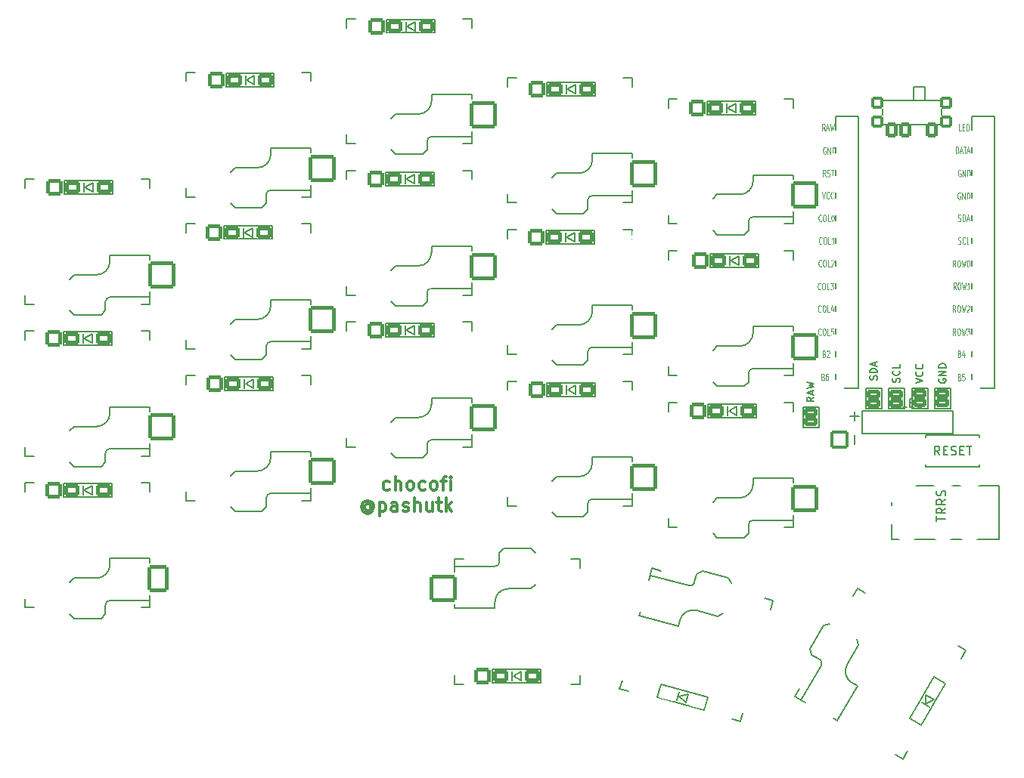
<source format=gto>
G04 #@! TF.GenerationSoftware,KiCad,Pcbnew,(6.0.0)*
G04 #@! TF.CreationDate,2022-01-23T19:36:19+05:00*
G04 #@! TF.ProjectId,chocofi,63686f63-6f66-4692-9e6b-696361645f70,2.1*
G04 #@! TF.SameCoordinates,Original*
G04 #@! TF.FileFunction,Legend,Top*
G04 #@! TF.FilePolarity,Positive*
%FSLAX46Y46*%
G04 Gerber Fmt 4.6, Leading zero omitted, Abs format (unit mm)*
G04 Created by KiCad (PCBNEW (6.0.0)) date 2022-01-23 19:36:19*
%MOMM*%
%LPD*%
G01*
G04 APERTURE LIST*
G04 Aperture macros list*
%AMRoundRect*
0 Rectangle with rounded corners*
0 $1 Rounding radius*
0 $2 $3 $4 $5 $6 $7 $8 $9 X,Y pos of 4 corners*
0 Add a 4 corners polygon primitive as box body*
4,1,4,$2,$3,$4,$5,$6,$7,$8,$9,$2,$3,0*
0 Add four circle primitives for the rounded corners*
1,1,$1+$1,$2,$3*
1,1,$1+$1,$4,$5*
1,1,$1+$1,$6,$7*
1,1,$1+$1,$8,$9*
0 Add four rect primitives between the rounded corners*
20,1,$1+$1,$2,$3,$4,$5,0*
20,1,$1+$1,$4,$5,$6,$7,0*
20,1,$1+$1,$6,$7,$8,$9,0*
20,1,$1+$1,$8,$9,$2,$3,0*%
%AMRotRect*
0 Rectangle, with rotation*
0 The origin of the aperture is its center*
0 $1 length*
0 $2 width*
0 $3 Rotation angle, in degrees counterclockwise*
0 Add horizontal line*
21,1,$1,$2,0,0,$3*%
%AMFreePoly0*
4,1,22,1.386777,1.480194,1.456366,1.424698,1.494986,1.344504,1.500000,1.300000,1.500000,-1.300000,1.480194,-1.386777,1.424698,-1.456366,1.344504,-1.494986,1.300000,-1.500000,-1.300000,-1.500000,-1.386777,-1.480194,-1.456366,-1.424698,-1.494986,-1.344504,-1.500000,-1.300000,-1.500000,0.130000,-1.480194,0.216777,-1.441421,0.271421,-0.271421,1.441421,-0.196056,1.488777,-0.130000,1.500000,
1.300000,1.500000,1.386777,1.480194,1.386777,1.480194,$1*%
G04 Aperture macros list end*
%ADD10C,0.125000*%
%ADD11C,0.300000*%
%ADD12C,0.150000*%
%ADD13C,0.200000*%
%ADD14R,1.397000X1.397000*%
%ADD15C,1.397000*%
%ADD16RotRect,1.397000X1.397000X345.000000*%
%ADD17RotRect,1.397000X1.397000X60.000000*%
%ADD18C,1.200000*%
%ADD19O,2.500000X1.700000*%
%ADD20C,1.524000*%
%ADD21C,2.000000*%
%ADD22O,2.100000X2.100000*%
%ADD23RoundRect,0.200000X0.850000X0.850000X-0.850000X0.850000X-0.850000X-0.850000X0.850000X-0.850000X0*%
%ADD24RoundRect,0.200000X-0.571500X0.317500X-0.571500X-0.317500X0.571500X-0.317500X0.571500X0.317500X0*%
%ADD25C,1.300000*%
%ADD26RoundRect,0.200000X0.450000X0.650000X-0.450000X0.650000X-0.450000X-0.650000X0.450000X-0.650000X0*%
%ADD27RoundRect,0.200000X0.500000X0.500000X-0.500000X0.500000X-0.500000X-0.500000X0.500000X-0.500000X0*%
%ADD28RoundRect,0.200000X-0.698500X-0.698500X0.698500X-0.698500X0.698500X0.698500X-0.698500X0.698500X0*%
%ADD29RoundRect,0.200000X-0.650000X-0.475000X0.650000X-0.475000X0.650000X0.475000X-0.650000X0.475000X0*%
%ADD30C,1.797000*%
%ADD31RoundRect,0.200000X-0.750791X-0.290582X0.504913X-0.627047X0.750791X0.290582X-0.504913X0.627047X0*%
%ADD32RoundRect,0.200000X-0.855484X-0.493914X0.493914X-0.855484X0.855484X0.493914X-0.493914X0.855484X0*%
%ADD33RoundRect,0.200000X0.255669X-0.954169X0.954169X0.255669X-0.255669X0.954169X-0.954169X-0.255669X0*%
%ADD34RoundRect,0.200000X0.086362X-0.800417X0.736362X0.325417X-0.086362X0.800417X-0.736362X-0.325417X0*%
%ADD35C,1.600000*%
%ADD36O,2.900000X2.100000*%
%ADD37C,2.101800*%
%ADD38C,3.829000*%
%ADD39C,3.400000*%
%ADD40C,1.390600*%
%ADD41FreePoly0,0.000000*%
%ADD42RoundRect,0.200000X-1.300000X-1.300000X1.300000X-1.300000X1.300000X1.300000X-1.300000X1.300000X0*%
%ADD43RoundRect,0.200000X-0.950000X-1.300000X0.950000X-1.300000X0.950000X1.300000X-0.950000X1.300000X0*%
%ADD44FreePoly0,180.000000*%
%ADD45RoundRect,0.200000X1.300000X1.300000X-1.300000X1.300000X-1.300000X-1.300000X1.300000X-1.300000X0*%
%ADD46FreePoly0,165.000000*%
%ADD47RoundRect,0.200000X1.592168X0.919239X-0.919239X1.592168X-1.592168X-0.919239X0.919239X-1.592168X0*%
%ADD48FreePoly0,240.000000*%
%ADD49RoundRect,0.200000X-0.475833X1.775833X-1.775833X-0.475833X0.475833X-1.775833X1.775833X0.475833X0*%
%ADD50C,1.924000*%
%ADD51C,2.400000*%
%ADD52C,4.400000*%
G04 APERTURE END LIST*
D10*
X168529047Y-59823000D02*
X168481428Y-59787285D01*
X168410000Y-59787285D01*
X168338571Y-59823000D01*
X168290952Y-59894428D01*
X168267142Y-59965857D01*
X168243333Y-60108714D01*
X168243333Y-60215857D01*
X168267142Y-60358714D01*
X168290952Y-60430142D01*
X168338571Y-60501571D01*
X168410000Y-60537285D01*
X168457619Y-60537285D01*
X168529047Y-60501571D01*
X168552857Y-60465857D01*
X168552857Y-60215857D01*
X168457619Y-60215857D01*
X168767142Y-60537285D02*
X168767142Y-59787285D01*
X169052857Y-60537285D01*
X169052857Y-59787285D01*
X169290952Y-60537285D02*
X169290952Y-59787285D01*
X169410000Y-59787285D01*
X169481428Y-59823000D01*
X169529047Y-59894428D01*
X169552857Y-59965857D01*
X169576666Y-60108714D01*
X169576666Y-60215857D01*
X169552857Y-60358714D01*
X169529047Y-60430142D01*
X169481428Y-60501571D01*
X169410000Y-60537285D01*
X169290952Y-60537285D01*
D11*
X119710714Y-98149642D02*
X119567857Y-98221071D01*
X119282142Y-98221071D01*
X119139285Y-98149642D01*
X119067857Y-98078214D01*
X118996428Y-97935357D01*
X118996428Y-97506785D01*
X119067857Y-97363928D01*
X119139285Y-97292500D01*
X119282142Y-97221071D01*
X119567857Y-97221071D01*
X119710714Y-97292500D01*
X120353571Y-98221071D02*
X120353571Y-96721071D01*
X120996428Y-98221071D02*
X120996428Y-97435357D01*
X120925000Y-97292500D01*
X120782142Y-97221071D01*
X120567857Y-97221071D01*
X120425000Y-97292500D01*
X120353571Y-97363928D01*
X121925000Y-98221071D02*
X121782142Y-98149642D01*
X121710714Y-98078214D01*
X121639285Y-97935357D01*
X121639285Y-97506785D01*
X121710714Y-97363928D01*
X121782142Y-97292500D01*
X121925000Y-97221071D01*
X122139285Y-97221071D01*
X122282142Y-97292500D01*
X122353571Y-97363928D01*
X122425000Y-97506785D01*
X122425000Y-97935357D01*
X122353571Y-98078214D01*
X122282142Y-98149642D01*
X122139285Y-98221071D01*
X121925000Y-98221071D01*
X123710714Y-98149642D02*
X123567857Y-98221071D01*
X123282142Y-98221071D01*
X123139285Y-98149642D01*
X123067857Y-98078214D01*
X122996428Y-97935357D01*
X122996428Y-97506785D01*
X123067857Y-97363928D01*
X123139285Y-97292500D01*
X123282142Y-97221071D01*
X123567857Y-97221071D01*
X123710714Y-97292500D01*
X124567857Y-98221071D02*
X124425000Y-98149642D01*
X124353571Y-98078214D01*
X124282142Y-97935357D01*
X124282142Y-97506785D01*
X124353571Y-97363928D01*
X124425000Y-97292500D01*
X124567857Y-97221071D01*
X124782142Y-97221071D01*
X124925000Y-97292500D01*
X124996428Y-97363928D01*
X125067857Y-97506785D01*
X125067857Y-97935357D01*
X124996428Y-98078214D01*
X124925000Y-98149642D01*
X124782142Y-98221071D01*
X124567857Y-98221071D01*
X125496428Y-97221071D02*
X126067857Y-97221071D01*
X125710714Y-98221071D02*
X125710714Y-96935357D01*
X125782142Y-96792500D01*
X125925000Y-96721071D01*
X126067857Y-96721071D01*
X126567857Y-98221071D02*
X126567857Y-97221071D01*
X126567857Y-96721071D02*
X126496428Y-96792500D01*
X126567857Y-96863928D01*
X126639285Y-96792500D01*
X126567857Y-96721071D01*
X126567857Y-96863928D01*
X117567857Y-99921785D02*
X117496428Y-99850357D01*
X117353571Y-99778928D01*
X117210714Y-99778928D01*
X117067857Y-99850357D01*
X116996428Y-99921785D01*
X116925000Y-100064642D01*
X116925000Y-100207500D01*
X116996428Y-100350357D01*
X117067857Y-100421785D01*
X117210714Y-100493214D01*
X117353571Y-100493214D01*
X117496428Y-100421785D01*
X117567857Y-100350357D01*
X117567857Y-99778928D02*
X117567857Y-100350357D01*
X117639285Y-100421785D01*
X117710714Y-100421785D01*
X117853571Y-100350357D01*
X117925000Y-100207500D01*
X117925000Y-99850357D01*
X117782142Y-99636071D01*
X117567857Y-99493214D01*
X117282142Y-99421785D01*
X116996428Y-99493214D01*
X116782142Y-99636071D01*
X116639285Y-99850357D01*
X116567857Y-100136071D01*
X116639285Y-100421785D01*
X116782142Y-100636071D01*
X116996428Y-100778928D01*
X117282142Y-100850357D01*
X117567857Y-100778928D01*
X117782142Y-100636071D01*
X118567857Y-99636071D02*
X118567857Y-101136071D01*
X118567857Y-99707500D02*
X118710714Y-99636071D01*
X118996428Y-99636071D01*
X119139285Y-99707500D01*
X119210714Y-99778928D01*
X119282142Y-99921785D01*
X119282142Y-100350357D01*
X119210714Y-100493214D01*
X119139285Y-100564642D01*
X118996428Y-100636071D01*
X118710714Y-100636071D01*
X118567857Y-100564642D01*
X120567857Y-100636071D02*
X120567857Y-99850357D01*
X120496428Y-99707500D01*
X120353571Y-99636071D01*
X120067857Y-99636071D01*
X119925000Y-99707500D01*
X120567857Y-100564642D02*
X120425000Y-100636071D01*
X120067857Y-100636071D01*
X119925000Y-100564642D01*
X119853571Y-100421785D01*
X119853571Y-100278928D01*
X119925000Y-100136071D01*
X120067857Y-100064642D01*
X120425000Y-100064642D01*
X120567857Y-99993214D01*
X121210714Y-100564642D02*
X121353571Y-100636071D01*
X121639285Y-100636071D01*
X121782142Y-100564642D01*
X121853571Y-100421785D01*
X121853571Y-100350357D01*
X121782142Y-100207500D01*
X121639285Y-100136071D01*
X121425000Y-100136071D01*
X121282142Y-100064642D01*
X121210714Y-99921785D01*
X121210714Y-99850357D01*
X121282142Y-99707500D01*
X121425000Y-99636071D01*
X121639285Y-99636071D01*
X121782142Y-99707500D01*
X122496428Y-100636071D02*
X122496428Y-99136071D01*
X123139285Y-100636071D02*
X123139285Y-99850357D01*
X123067857Y-99707500D01*
X122925000Y-99636071D01*
X122710714Y-99636071D01*
X122567857Y-99707500D01*
X122496428Y-99778928D01*
X124496428Y-99636071D02*
X124496428Y-100636071D01*
X123853571Y-99636071D02*
X123853571Y-100421785D01*
X123925000Y-100564642D01*
X124067857Y-100636071D01*
X124282142Y-100636071D01*
X124425000Y-100564642D01*
X124496428Y-100493214D01*
X124996428Y-99636071D02*
X125567857Y-99636071D01*
X125210714Y-99136071D02*
X125210714Y-100421785D01*
X125282142Y-100564642D01*
X125425000Y-100636071D01*
X125567857Y-100636071D01*
X126067857Y-100636071D02*
X126067857Y-99136071D01*
X126210714Y-100064642D02*
X126639285Y-100636071D01*
X126639285Y-99636071D02*
X126067857Y-100207500D01*
D12*
X167245695Y-87810219D02*
X166858647Y-88081152D01*
X167245695Y-88274676D02*
X166432895Y-88274676D01*
X166432895Y-87965038D01*
X166471600Y-87887628D01*
X166510304Y-87848923D01*
X166587714Y-87810219D01*
X166703828Y-87810219D01*
X166781238Y-87848923D01*
X166819942Y-87887628D01*
X166858647Y-87965038D01*
X166858647Y-88274676D01*
X167013466Y-87500580D02*
X167013466Y-87113533D01*
X167245695Y-87577990D02*
X166432895Y-87307057D01*
X167245695Y-87036123D01*
X166432895Y-86842600D02*
X167245695Y-86649076D01*
X166665123Y-86494257D01*
X167245695Y-86339438D01*
X166432895Y-86145914D01*
X180962380Y-101722904D02*
X180962380Y-101151476D01*
X181962380Y-101437190D02*
X180962380Y-101437190D01*
X181962380Y-100246714D02*
X181486190Y-100580047D01*
X181962380Y-100818142D02*
X180962380Y-100818142D01*
X180962380Y-100437190D01*
X181010000Y-100341952D01*
X181057619Y-100294333D01*
X181152857Y-100246714D01*
X181295714Y-100246714D01*
X181390952Y-100294333D01*
X181438571Y-100341952D01*
X181486190Y-100437190D01*
X181486190Y-100818142D01*
X181962380Y-99246714D02*
X181486190Y-99580047D01*
X181962380Y-99818142D02*
X180962380Y-99818142D01*
X180962380Y-99437190D01*
X181010000Y-99341952D01*
X181057619Y-99294333D01*
X181152857Y-99246714D01*
X181295714Y-99246714D01*
X181390952Y-99294333D01*
X181438571Y-99341952D01*
X181486190Y-99437190D01*
X181486190Y-99818142D01*
X181914761Y-98865761D02*
X181962380Y-98722904D01*
X181962380Y-98484809D01*
X181914761Y-98389571D01*
X181867142Y-98341952D01*
X181771904Y-98294333D01*
X181676666Y-98294333D01*
X181581428Y-98341952D01*
X181533809Y-98389571D01*
X181486190Y-98484809D01*
X181438571Y-98675285D01*
X181390952Y-98770523D01*
X181343333Y-98818142D01*
X181248095Y-98865761D01*
X181152857Y-98865761D01*
X181057619Y-98818142D01*
X181010000Y-98770523D01*
X180962380Y-98675285D01*
X180962380Y-98437190D01*
X181010000Y-98294333D01*
D10*
X168520690Y-63083185D02*
X168354023Y-62726042D01*
X168234976Y-63083185D02*
X168234976Y-62333185D01*
X168425452Y-62333185D01*
X168473071Y-62368900D01*
X168496880Y-62404614D01*
X168520690Y-62476042D01*
X168520690Y-62583185D01*
X168496880Y-62654614D01*
X168473071Y-62690328D01*
X168425452Y-62726042D01*
X168234976Y-62726042D01*
X168711166Y-63047471D02*
X168782595Y-63083185D01*
X168901642Y-63083185D01*
X168949261Y-63047471D01*
X168973071Y-63011757D01*
X168996880Y-62940328D01*
X168996880Y-62868900D01*
X168973071Y-62797471D01*
X168949261Y-62761757D01*
X168901642Y-62726042D01*
X168806404Y-62690328D01*
X168758785Y-62654614D01*
X168734976Y-62618900D01*
X168711166Y-62547471D01*
X168711166Y-62476042D01*
X168734976Y-62404614D01*
X168758785Y-62368900D01*
X168806404Y-62333185D01*
X168925452Y-62333185D01*
X168996880Y-62368900D01*
X169139738Y-62333185D02*
X169425452Y-62333185D01*
X169282595Y-63083185D02*
X169282595Y-62333185D01*
X183129047Y-75719685D02*
X182962380Y-75362542D01*
X182843333Y-75719685D02*
X182843333Y-74969685D01*
X183033809Y-74969685D01*
X183081428Y-75005400D01*
X183105238Y-75041114D01*
X183129047Y-75112542D01*
X183129047Y-75219685D01*
X183105238Y-75291114D01*
X183081428Y-75326828D01*
X183033809Y-75362542D01*
X182843333Y-75362542D01*
X183438571Y-74969685D02*
X183533809Y-74969685D01*
X183581428Y-75005400D01*
X183629047Y-75076828D01*
X183652857Y-75219685D01*
X183652857Y-75469685D01*
X183629047Y-75612542D01*
X183581428Y-75683971D01*
X183533809Y-75719685D01*
X183438571Y-75719685D01*
X183390952Y-75683971D01*
X183343333Y-75612542D01*
X183319523Y-75469685D01*
X183319523Y-75219685D01*
X183343333Y-75076828D01*
X183390952Y-75005400D01*
X183438571Y-74969685D01*
X183819523Y-74969685D02*
X183938571Y-75719685D01*
X184033809Y-75183971D01*
X184129047Y-75719685D01*
X184248095Y-74969685D01*
X184700476Y-75719685D02*
X184414761Y-75719685D01*
X184557619Y-75719685D02*
X184557619Y-74969685D01*
X184510000Y-75076828D01*
X184462380Y-75148257D01*
X184414761Y-75183971D01*
X168012380Y-80791757D02*
X167988571Y-80827471D01*
X167917142Y-80863185D01*
X167869523Y-80863185D01*
X167798095Y-80827471D01*
X167750476Y-80756042D01*
X167726666Y-80684614D01*
X167702857Y-80541757D01*
X167702857Y-80434614D01*
X167726666Y-80291757D01*
X167750476Y-80220328D01*
X167798095Y-80148900D01*
X167869523Y-80113185D01*
X167917142Y-80113185D01*
X167988571Y-80148900D01*
X168012380Y-80184614D01*
X168321904Y-80113185D02*
X168417142Y-80113185D01*
X168464761Y-80148900D01*
X168512380Y-80220328D01*
X168536190Y-80363185D01*
X168536190Y-80613185D01*
X168512380Y-80756042D01*
X168464761Y-80827471D01*
X168417142Y-80863185D01*
X168321904Y-80863185D01*
X168274285Y-80827471D01*
X168226666Y-80756042D01*
X168202857Y-80613185D01*
X168202857Y-80363185D01*
X168226666Y-80220328D01*
X168274285Y-80148900D01*
X168321904Y-80113185D01*
X168988571Y-80863185D02*
X168750476Y-80863185D01*
X168750476Y-80113185D01*
X169393333Y-80113185D02*
X169155238Y-80113185D01*
X169131428Y-80470328D01*
X169155238Y-80434614D01*
X169202857Y-80398900D01*
X169321904Y-80398900D01*
X169369523Y-80434614D01*
X169393333Y-80470328D01*
X169417142Y-80541757D01*
X169417142Y-80720328D01*
X169393333Y-80791757D01*
X169369523Y-80827471D01*
X169321904Y-80863185D01*
X169202857Y-80863185D01*
X169155238Y-80827471D01*
X169131428Y-80791757D01*
X183079047Y-80863185D02*
X182912380Y-80506042D01*
X182793333Y-80863185D02*
X182793333Y-80113185D01*
X182983809Y-80113185D01*
X183031428Y-80148900D01*
X183055238Y-80184614D01*
X183079047Y-80256042D01*
X183079047Y-80363185D01*
X183055238Y-80434614D01*
X183031428Y-80470328D01*
X182983809Y-80506042D01*
X182793333Y-80506042D01*
X183388571Y-80113185D02*
X183483809Y-80113185D01*
X183531428Y-80148900D01*
X183579047Y-80220328D01*
X183602857Y-80363185D01*
X183602857Y-80613185D01*
X183579047Y-80756042D01*
X183531428Y-80827471D01*
X183483809Y-80863185D01*
X183388571Y-80863185D01*
X183340952Y-80827471D01*
X183293333Y-80756042D01*
X183269523Y-80613185D01*
X183269523Y-80363185D01*
X183293333Y-80220328D01*
X183340952Y-80148900D01*
X183388571Y-80113185D01*
X183769523Y-80113185D02*
X183888571Y-80863185D01*
X183983809Y-80327471D01*
X184079047Y-80863185D01*
X184198095Y-80113185D01*
X184340952Y-80113185D02*
X184650476Y-80113185D01*
X184483809Y-80398900D01*
X184555238Y-80398900D01*
X184602857Y-80434614D01*
X184626666Y-80470328D01*
X184650476Y-80541757D01*
X184650476Y-80720328D01*
X184626666Y-80791757D01*
X184602857Y-80827471D01*
X184555238Y-80863185D01*
X184412380Y-80863185D01*
X184364761Y-80827471D01*
X184340952Y-80791757D01*
X168012380Y-78196257D02*
X167988571Y-78231971D01*
X167917142Y-78267685D01*
X167869523Y-78267685D01*
X167798095Y-78231971D01*
X167750476Y-78160542D01*
X167726666Y-78089114D01*
X167702857Y-77946257D01*
X167702857Y-77839114D01*
X167726666Y-77696257D01*
X167750476Y-77624828D01*
X167798095Y-77553400D01*
X167869523Y-77517685D01*
X167917142Y-77517685D01*
X167988571Y-77553400D01*
X168012380Y-77589114D01*
X168321904Y-77517685D02*
X168417142Y-77517685D01*
X168464761Y-77553400D01*
X168512380Y-77624828D01*
X168536190Y-77767685D01*
X168536190Y-78017685D01*
X168512380Y-78160542D01*
X168464761Y-78231971D01*
X168417142Y-78267685D01*
X168321904Y-78267685D01*
X168274285Y-78231971D01*
X168226666Y-78160542D01*
X168202857Y-78017685D01*
X168202857Y-77767685D01*
X168226666Y-77624828D01*
X168274285Y-77553400D01*
X168321904Y-77517685D01*
X168988571Y-78267685D02*
X168750476Y-78267685D01*
X168750476Y-77517685D01*
X169369523Y-77767685D02*
X169369523Y-78267685D01*
X169250476Y-77481971D02*
X169131428Y-78017685D01*
X169440952Y-78017685D01*
X183590047Y-64908900D02*
X183542428Y-64873185D01*
X183471000Y-64873185D01*
X183399571Y-64908900D01*
X183351952Y-64980328D01*
X183328142Y-65051757D01*
X183304333Y-65194614D01*
X183304333Y-65301757D01*
X183328142Y-65444614D01*
X183351952Y-65516042D01*
X183399571Y-65587471D01*
X183471000Y-65623185D01*
X183518619Y-65623185D01*
X183590047Y-65587471D01*
X183613857Y-65551757D01*
X183613857Y-65301757D01*
X183518619Y-65301757D01*
X183828142Y-65623185D02*
X183828142Y-64873185D01*
X184113857Y-65623185D01*
X184113857Y-64873185D01*
X184351952Y-65623185D02*
X184351952Y-64873185D01*
X184471000Y-64873185D01*
X184542428Y-64908900D01*
X184590047Y-64980328D01*
X184613857Y-65051757D01*
X184637666Y-65194614D01*
X184637666Y-65301757D01*
X184613857Y-65444614D01*
X184590047Y-65516042D01*
X184542428Y-65587471D01*
X184471000Y-65623185D01*
X184351952Y-65623185D01*
X183110000Y-60467685D02*
X183110000Y-59717685D01*
X183229047Y-59717685D01*
X183300476Y-59753400D01*
X183348095Y-59824828D01*
X183371904Y-59896257D01*
X183395714Y-60039114D01*
X183395714Y-60146257D01*
X183371904Y-60289114D01*
X183348095Y-60360542D01*
X183300476Y-60431971D01*
X183229047Y-60467685D01*
X183110000Y-60467685D01*
X183586190Y-60253400D02*
X183824285Y-60253400D01*
X183538571Y-60467685D02*
X183705238Y-59717685D01*
X183871904Y-60467685D01*
X183967142Y-59717685D02*
X184252857Y-59717685D01*
X184110000Y-60467685D02*
X184110000Y-59717685D01*
X184395714Y-60253400D02*
X184633809Y-60253400D01*
X184348095Y-60467685D02*
X184514761Y-59717685D01*
X184681428Y-60467685D01*
X168062380Y-73108257D02*
X168038571Y-73143971D01*
X167967142Y-73179685D01*
X167919523Y-73179685D01*
X167848095Y-73143971D01*
X167800476Y-73072542D01*
X167776666Y-73001114D01*
X167752857Y-72858257D01*
X167752857Y-72751114D01*
X167776666Y-72608257D01*
X167800476Y-72536828D01*
X167848095Y-72465400D01*
X167919523Y-72429685D01*
X167967142Y-72429685D01*
X168038571Y-72465400D01*
X168062380Y-72501114D01*
X168371904Y-72429685D02*
X168467142Y-72429685D01*
X168514761Y-72465400D01*
X168562380Y-72536828D01*
X168586190Y-72679685D01*
X168586190Y-72929685D01*
X168562380Y-73072542D01*
X168514761Y-73143971D01*
X168467142Y-73179685D01*
X168371904Y-73179685D01*
X168324285Y-73143971D01*
X168276666Y-73072542D01*
X168252857Y-72929685D01*
X168252857Y-72679685D01*
X168276666Y-72536828D01*
X168324285Y-72465400D01*
X168371904Y-72429685D01*
X169038571Y-73179685D02*
X168800476Y-73179685D01*
X168800476Y-72429685D01*
X169181428Y-72501114D02*
X169205238Y-72465400D01*
X169252857Y-72429685D01*
X169371904Y-72429685D01*
X169419523Y-72465400D01*
X169443333Y-72501114D01*
X169467142Y-72572542D01*
X169467142Y-72643971D01*
X169443333Y-72751114D01*
X169157619Y-73179685D01*
X169467142Y-73179685D01*
X168127833Y-64809685D02*
X168294500Y-65559685D01*
X168461166Y-64809685D01*
X168913547Y-65488257D02*
X168889738Y-65523971D01*
X168818309Y-65559685D01*
X168770690Y-65559685D01*
X168699261Y-65523971D01*
X168651642Y-65452542D01*
X168627833Y-65381114D01*
X168604023Y-65238257D01*
X168604023Y-65131114D01*
X168627833Y-64988257D01*
X168651642Y-64916828D01*
X168699261Y-64845400D01*
X168770690Y-64809685D01*
X168818309Y-64809685D01*
X168889738Y-64845400D01*
X168913547Y-64881114D01*
X169413547Y-65488257D02*
X169389738Y-65523971D01*
X169318309Y-65559685D01*
X169270690Y-65559685D01*
X169199261Y-65523971D01*
X169151642Y-65452542D01*
X169127833Y-65381114D01*
X169104023Y-65238257D01*
X169104023Y-65131114D01*
X169127833Y-64988257D01*
X169151642Y-64916828D01*
X169199261Y-64845400D01*
X169270690Y-64809685D01*
X169318309Y-64809685D01*
X169389738Y-64845400D01*
X169413547Y-64881114D01*
X168257619Y-85524828D02*
X168329047Y-85560542D01*
X168352857Y-85596257D01*
X168376666Y-85667685D01*
X168376666Y-85774828D01*
X168352857Y-85846257D01*
X168329047Y-85881971D01*
X168281428Y-85917685D01*
X168090952Y-85917685D01*
X168090952Y-85167685D01*
X168257619Y-85167685D01*
X168305238Y-85203400D01*
X168329047Y-85239114D01*
X168352857Y-85310542D01*
X168352857Y-85381971D01*
X168329047Y-85453400D01*
X168305238Y-85489114D01*
X168257619Y-85524828D01*
X168090952Y-85524828D01*
X168805238Y-85167685D02*
X168710000Y-85167685D01*
X168662380Y-85203400D01*
X168638571Y-85239114D01*
X168590952Y-85346257D01*
X168567142Y-85489114D01*
X168567142Y-85774828D01*
X168590952Y-85846257D01*
X168614761Y-85881971D01*
X168662380Y-85917685D01*
X168757619Y-85917685D01*
X168805238Y-85881971D01*
X168829047Y-85846257D01*
X168852857Y-85774828D01*
X168852857Y-85596257D01*
X168829047Y-85524828D01*
X168805238Y-85489114D01*
X168757619Y-85453400D01*
X168662380Y-85453400D01*
X168614761Y-85489114D01*
X168590952Y-85524828D01*
X168567142Y-85596257D01*
X168449261Y-57939685D02*
X168282595Y-57582542D01*
X168163547Y-57939685D02*
X168163547Y-57189685D01*
X168354023Y-57189685D01*
X168401642Y-57225400D01*
X168425452Y-57261114D01*
X168449261Y-57332542D01*
X168449261Y-57439685D01*
X168425452Y-57511114D01*
X168401642Y-57546828D01*
X168354023Y-57582542D01*
X168163547Y-57582542D01*
X168639738Y-57725400D02*
X168877833Y-57725400D01*
X168592119Y-57939685D02*
X168758785Y-57189685D01*
X168925452Y-57939685D01*
X169044500Y-57189685D02*
X169163547Y-57939685D01*
X169258785Y-57403971D01*
X169354023Y-57939685D01*
X169473071Y-57189685D01*
X183375761Y-70603971D02*
X183447190Y-70639685D01*
X183566238Y-70639685D01*
X183613857Y-70603971D01*
X183637666Y-70568257D01*
X183661476Y-70496828D01*
X183661476Y-70425400D01*
X183637666Y-70353971D01*
X183613857Y-70318257D01*
X183566238Y-70282542D01*
X183471000Y-70246828D01*
X183423380Y-70211114D01*
X183399571Y-70175400D01*
X183375761Y-70103971D01*
X183375761Y-70032542D01*
X183399571Y-69961114D01*
X183423380Y-69925400D01*
X183471000Y-69889685D01*
X183590047Y-69889685D01*
X183661476Y-69925400D01*
X184161476Y-70568257D02*
X184137666Y-70603971D01*
X184066238Y-70639685D01*
X184018619Y-70639685D01*
X183947190Y-70603971D01*
X183899571Y-70532542D01*
X183875761Y-70461114D01*
X183851952Y-70318257D01*
X183851952Y-70211114D01*
X183875761Y-70068257D01*
X183899571Y-69996828D01*
X183947190Y-69925400D01*
X184018619Y-69889685D01*
X184066238Y-69889685D01*
X184137666Y-69925400D01*
X184161476Y-69961114D01*
X184613857Y-70639685D02*
X184375761Y-70639685D01*
X184375761Y-69889685D01*
X183590047Y-64908900D02*
X183542428Y-64873185D01*
X183471000Y-64873185D01*
X183399571Y-64908900D01*
X183351952Y-64980328D01*
X183328142Y-65051757D01*
X183304333Y-65194614D01*
X183304333Y-65301757D01*
X183328142Y-65444614D01*
X183351952Y-65516042D01*
X183399571Y-65587471D01*
X183471000Y-65623185D01*
X183518619Y-65623185D01*
X183590047Y-65587471D01*
X183613857Y-65551757D01*
X183613857Y-65301757D01*
X183518619Y-65301757D01*
X183828142Y-65623185D02*
X183828142Y-64873185D01*
X184113857Y-65623185D01*
X184113857Y-64873185D01*
X184351952Y-65623185D02*
X184351952Y-64873185D01*
X184471000Y-64873185D01*
X184542428Y-64908900D01*
X184590047Y-64980328D01*
X184613857Y-65051757D01*
X184637666Y-65194614D01*
X184637666Y-65301757D01*
X184613857Y-65444614D01*
X184590047Y-65516042D01*
X184542428Y-65587471D01*
X184471000Y-65623185D01*
X184351952Y-65623185D01*
X183363857Y-68063971D02*
X183435285Y-68099685D01*
X183554333Y-68099685D01*
X183601952Y-68063971D01*
X183625761Y-68028257D01*
X183649571Y-67956828D01*
X183649571Y-67885400D01*
X183625761Y-67813971D01*
X183601952Y-67778257D01*
X183554333Y-67742542D01*
X183459095Y-67706828D01*
X183411476Y-67671114D01*
X183387666Y-67635400D01*
X183363857Y-67563971D01*
X183363857Y-67492542D01*
X183387666Y-67421114D01*
X183411476Y-67385400D01*
X183459095Y-67349685D01*
X183578142Y-67349685D01*
X183649571Y-67385400D01*
X183863857Y-68099685D02*
X183863857Y-67349685D01*
X183982904Y-67349685D01*
X184054333Y-67385400D01*
X184101952Y-67456828D01*
X184125761Y-67528257D01*
X184149571Y-67671114D01*
X184149571Y-67778257D01*
X184125761Y-67921114D01*
X184101952Y-67992542D01*
X184054333Y-68063971D01*
X183982904Y-68099685D01*
X183863857Y-68099685D01*
X184340047Y-67885400D02*
X184578142Y-67885400D01*
X184292428Y-68099685D02*
X184459095Y-67349685D01*
X184625761Y-68099685D01*
X183507619Y-82946828D02*
X183579047Y-82982542D01*
X183602857Y-83018257D01*
X183626666Y-83089685D01*
X183626666Y-83196828D01*
X183602857Y-83268257D01*
X183579047Y-83303971D01*
X183531428Y-83339685D01*
X183340952Y-83339685D01*
X183340952Y-82589685D01*
X183507619Y-82589685D01*
X183555238Y-82625400D01*
X183579047Y-82661114D01*
X183602857Y-82732542D01*
X183602857Y-82803971D01*
X183579047Y-82875400D01*
X183555238Y-82911114D01*
X183507619Y-82946828D01*
X183340952Y-82946828D01*
X184055238Y-82839685D02*
X184055238Y-83339685D01*
X183936190Y-82553971D02*
X183817142Y-83089685D01*
X184126666Y-83089685D01*
X183507619Y-85550328D02*
X183579047Y-85586042D01*
X183602857Y-85621757D01*
X183626666Y-85693185D01*
X183626666Y-85800328D01*
X183602857Y-85871757D01*
X183579047Y-85907471D01*
X183531428Y-85943185D01*
X183340952Y-85943185D01*
X183340952Y-85193185D01*
X183507619Y-85193185D01*
X183555238Y-85228900D01*
X183579047Y-85264614D01*
X183602857Y-85336042D01*
X183602857Y-85407471D01*
X183579047Y-85478900D01*
X183555238Y-85514614D01*
X183507619Y-85550328D01*
X183340952Y-85550328D01*
X184079047Y-85193185D02*
X183840952Y-85193185D01*
X183817142Y-85550328D01*
X183840952Y-85514614D01*
X183888571Y-85478900D01*
X184007619Y-85478900D01*
X184055238Y-85514614D01*
X184079047Y-85550328D01*
X184102857Y-85621757D01*
X184102857Y-85800328D01*
X184079047Y-85871757D01*
X184055238Y-85907471D01*
X184007619Y-85943185D01*
X183888571Y-85943185D01*
X183840952Y-85907471D01*
X183817142Y-85871757D01*
X168062380Y-68046257D02*
X168038571Y-68081971D01*
X167967142Y-68117685D01*
X167919523Y-68117685D01*
X167848095Y-68081971D01*
X167800476Y-68010542D01*
X167776666Y-67939114D01*
X167752857Y-67796257D01*
X167752857Y-67689114D01*
X167776666Y-67546257D01*
X167800476Y-67474828D01*
X167848095Y-67403400D01*
X167919523Y-67367685D01*
X167967142Y-67367685D01*
X168038571Y-67403400D01*
X168062380Y-67439114D01*
X168371904Y-67367685D02*
X168467142Y-67367685D01*
X168514761Y-67403400D01*
X168562380Y-67474828D01*
X168586190Y-67617685D01*
X168586190Y-67867685D01*
X168562380Y-68010542D01*
X168514761Y-68081971D01*
X168467142Y-68117685D01*
X168371904Y-68117685D01*
X168324285Y-68081971D01*
X168276666Y-68010542D01*
X168252857Y-67867685D01*
X168252857Y-67617685D01*
X168276666Y-67474828D01*
X168324285Y-67403400D01*
X168371904Y-67367685D01*
X169038571Y-68117685D02*
X168800476Y-68117685D01*
X168800476Y-67367685D01*
X169300476Y-67367685D02*
X169348095Y-67367685D01*
X169395714Y-67403400D01*
X169419523Y-67439114D01*
X169443333Y-67510542D01*
X169467142Y-67653400D01*
X169467142Y-67831971D01*
X169443333Y-67974828D01*
X169419523Y-68046257D01*
X169395714Y-68081971D01*
X169348095Y-68117685D01*
X169300476Y-68117685D01*
X169252857Y-68081971D01*
X169229047Y-68046257D01*
X169205238Y-67974828D01*
X169181428Y-67831971D01*
X169181428Y-67653400D01*
X169205238Y-67510542D01*
X169229047Y-67439114D01*
X169252857Y-67403400D01*
X169300476Y-67367685D01*
X167962380Y-75696257D02*
X167938571Y-75731971D01*
X167867142Y-75767685D01*
X167819523Y-75767685D01*
X167748095Y-75731971D01*
X167700476Y-75660542D01*
X167676666Y-75589114D01*
X167652857Y-75446257D01*
X167652857Y-75339114D01*
X167676666Y-75196257D01*
X167700476Y-75124828D01*
X167748095Y-75053400D01*
X167819523Y-75017685D01*
X167867142Y-75017685D01*
X167938571Y-75053400D01*
X167962380Y-75089114D01*
X168271904Y-75017685D02*
X168367142Y-75017685D01*
X168414761Y-75053400D01*
X168462380Y-75124828D01*
X168486190Y-75267685D01*
X168486190Y-75517685D01*
X168462380Y-75660542D01*
X168414761Y-75731971D01*
X168367142Y-75767685D01*
X168271904Y-75767685D01*
X168224285Y-75731971D01*
X168176666Y-75660542D01*
X168152857Y-75517685D01*
X168152857Y-75267685D01*
X168176666Y-75124828D01*
X168224285Y-75053400D01*
X168271904Y-75017685D01*
X168938571Y-75767685D02*
X168700476Y-75767685D01*
X168700476Y-75017685D01*
X169057619Y-75017685D02*
X169367142Y-75017685D01*
X169200476Y-75303400D01*
X169271904Y-75303400D01*
X169319523Y-75339114D01*
X169343333Y-75374828D01*
X169367142Y-75446257D01*
X169367142Y-75624828D01*
X169343333Y-75696257D01*
X169319523Y-75731971D01*
X169271904Y-75767685D01*
X169129047Y-75767685D01*
X169081428Y-75731971D01*
X169057619Y-75696257D01*
X183079047Y-78267685D02*
X182912380Y-77910542D01*
X182793333Y-78267685D02*
X182793333Y-77517685D01*
X182983809Y-77517685D01*
X183031428Y-77553400D01*
X183055238Y-77589114D01*
X183079047Y-77660542D01*
X183079047Y-77767685D01*
X183055238Y-77839114D01*
X183031428Y-77874828D01*
X182983809Y-77910542D01*
X182793333Y-77910542D01*
X183388571Y-77517685D02*
X183483809Y-77517685D01*
X183531428Y-77553400D01*
X183579047Y-77624828D01*
X183602857Y-77767685D01*
X183602857Y-78017685D01*
X183579047Y-78160542D01*
X183531428Y-78231971D01*
X183483809Y-78267685D01*
X183388571Y-78267685D01*
X183340952Y-78231971D01*
X183293333Y-78160542D01*
X183269523Y-78017685D01*
X183269523Y-77767685D01*
X183293333Y-77624828D01*
X183340952Y-77553400D01*
X183388571Y-77517685D01*
X183769523Y-77517685D02*
X183888571Y-78267685D01*
X183983809Y-77731971D01*
X184079047Y-78267685D01*
X184198095Y-77517685D01*
X184364761Y-77589114D02*
X184388571Y-77553400D01*
X184436190Y-77517685D01*
X184555238Y-77517685D01*
X184602857Y-77553400D01*
X184626666Y-77589114D01*
X184650476Y-77660542D01*
X184650476Y-77731971D01*
X184626666Y-77839114D01*
X184340952Y-78267685D01*
X184650476Y-78267685D01*
X168357619Y-82974828D02*
X168429047Y-83010542D01*
X168452857Y-83046257D01*
X168476666Y-83117685D01*
X168476666Y-83224828D01*
X168452857Y-83296257D01*
X168429047Y-83331971D01*
X168381428Y-83367685D01*
X168190952Y-83367685D01*
X168190952Y-82617685D01*
X168357619Y-82617685D01*
X168405238Y-82653400D01*
X168429047Y-82689114D01*
X168452857Y-82760542D01*
X168452857Y-82831971D01*
X168429047Y-82903400D01*
X168405238Y-82939114D01*
X168357619Y-82974828D01*
X168190952Y-82974828D01*
X168667142Y-82689114D02*
X168690952Y-82653400D01*
X168738571Y-82617685D01*
X168857619Y-82617685D01*
X168905238Y-82653400D01*
X168929047Y-82689114D01*
X168952857Y-82760542D01*
X168952857Y-82831971D01*
X168929047Y-82939114D01*
X168643333Y-83367685D01*
X168952857Y-83367685D01*
X183079047Y-73217685D02*
X182912380Y-72860542D01*
X182793333Y-73217685D02*
X182793333Y-72467685D01*
X182983809Y-72467685D01*
X183031428Y-72503400D01*
X183055238Y-72539114D01*
X183079047Y-72610542D01*
X183079047Y-72717685D01*
X183055238Y-72789114D01*
X183031428Y-72824828D01*
X182983809Y-72860542D01*
X182793333Y-72860542D01*
X183388571Y-72467685D02*
X183483809Y-72467685D01*
X183531428Y-72503400D01*
X183579047Y-72574828D01*
X183602857Y-72717685D01*
X183602857Y-72967685D01*
X183579047Y-73110542D01*
X183531428Y-73181971D01*
X183483809Y-73217685D01*
X183388571Y-73217685D01*
X183340952Y-73181971D01*
X183293333Y-73110542D01*
X183269523Y-72967685D01*
X183269523Y-72717685D01*
X183293333Y-72574828D01*
X183340952Y-72503400D01*
X183388571Y-72467685D01*
X183769523Y-72467685D02*
X183888571Y-73217685D01*
X183983809Y-72681971D01*
X184079047Y-73217685D01*
X184198095Y-72467685D01*
X184483809Y-72467685D02*
X184531428Y-72467685D01*
X184579047Y-72503400D01*
X184602857Y-72539114D01*
X184626666Y-72610542D01*
X184650476Y-72753400D01*
X184650476Y-72931971D01*
X184626666Y-73074828D01*
X184602857Y-73146257D01*
X184579047Y-73181971D01*
X184531428Y-73217685D01*
X184483809Y-73217685D01*
X184436190Y-73181971D01*
X184412380Y-73146257D01*
X184388571Y-73074828D01*
X184364761Y-72931971D01*
X184364761Y-72753400D01*
X184388571Y-72610542D01*
X184412380Y-72539114D01*
X184436190Y-72503400D01*
X184483809Y-72467685D01*
X168112380Y-70568257D02*
X168088571Y-70603971D01*
X168017142Y-70639685D01*
X167969523Y-70639685D01*
X167898095Y-70603971D01*
X167850476Y-70532542D01*
X167826666Y-70461114D01*
X167802857Y-70318257D01*
X167802857Y-70211114D01*
X167826666Y-70068257D01*
X167850476Y-69996828D01*
X167898095Y-69925400D01*
X167969523Y-69889685D01*
X168017142Y-69889685D01*
X168088571Y-69925400D01*
X168112380Y-69961114D01*
X168421904Y-69889685D02*
X168517142Y-69889685D01*
X168564761Y-69925400D01*
X168612380Y-69996828D01*
X168636190Y-70139685D01*
X168636190Y-70389685D01*
X168612380Y-70532542D01*
X168564761Y-70603971D01*
X168517142Y-70639685D01*
X168421904Y-70639685D01*
X168374285Y-70603971D01*
X168326666Y-70532542D01*
X168302857Y-70389685D01*
X168302857Y-70139685D01*
X168326666Y-69996828D01*
X168374285Y-69925400D01*
X168421904Y-69889685D01*
X169088571Y-70639685D02*
X168850476Y-70639685D01*
X168850476Y-69889685D01*
X169517142Y-70639685D02*
X169231428Y-70639685D01*
X169374285Y-70639685D02*
X169374285Y-69889685D01*
X169326666Y-69996828D01*
X169279047Y-70068257D01*
X169231428Y-70103971D01*
X183688571Y-57939685D02*
X183450476Y-57939685D01*
X183450476Y-57189685D01*
X183855238Y-57546828D02*
X184021904Y-57546828D01*
X184093333Y-57939685D02*
X183855238Y-57939685D01*
X183855238Y-57189685D01*
X184093333Y-57189685D01*
X184307619Y-57939685D02*
X184307619Y-57189685D01*
X184426666Y-57189685D01*
X184498095Y-57225400D01*
X184545714Y-57296828D01*
X184569523Y-57368257D01*
X184593333Y-57511114D01*
X184593333Y-57618257D01*
X184569523Y-57761114D01*
X184545714Y-57832542D01*
X184498095Y-57903971D01*
X184426666Y-57939685D01*
X184307619Y-57939685D01*
X183653547Y-62368900D02*
X183605928Y-62333185D01*
X183534500Y-62333185D01*
X183463071Y-62368900D01*
X183415452Y-62440328D01*
X183391642Y-62511757D01*
X183367833Y-62654614D01*
X183367833Y-62761757D01*
X183391642Y-62904614D01*
X183415452Y-62976042D01*
X183463071Y-63047471D01*
X183534500Y-63083185D01*
X183582119Y-63083185D01*
X183653547Y-63047471D01*
X183677357Y-63011757D01*
X183677357Y-62761757D01*
X183582119Y-62761757D01*
X183891642Y-63083185D02*
X183891642Y-62333185D01*
X184177357Y-63083185D01*
X184177357Y-62333185D01*
X184415452Y-63083185D02*
X184415452Y-62333185D01*
X184534500Y-62333185D01*
X184605928Y-62368900D01*
X184653547Y-62440328D01*
X184677357Y-62511757D01*
X184701166Y-62654614D01*
X184701166Y-62761757D01*
X184677357Y-62904614D01*
X184653547Y-62976042D01*
X184605928Y-63047471D01*
X184534500Y-63083185D01*
X184415452Y-63083185D01*
D12*
X178624895Y-86238133D02*
X179437695Y-85967200D01*
X178624895Y-85696266D01*
X179360285Y-84960876D02*
X179398990Y-84999580D01*
X179437695Y-85115695D01*
X179437695Y-85193104D01*
X179398990Y-85309219D01*
X179321580Y-85386628D01*
X179244171Y-85425333D01*
X179089352Y-85464038D01*
X178973238Y-85464038D01*
X178818419Y-85425333D01*
X178741009Y-85386628D01*
X178663600Y-85309219D01*
X178624895Y-85193104D01*
X178624895Y-85115695D01*
X178663600Y-84999580D01*
X178702304Y-84960876D01*
X179360285Y-84148076D02*
X179398990Y-84186780D01*
X179437695Y-84302895D01*
X179437695Y-84380304D01*
X179398990Y-84496419D01*
X179321580Y-84573828D01*
X179244171Y-84612533D01*
X179089352Y-84651238D01*
X178973238Y-84651238D01*
X178818419Y-84612533D01*
X178741009Y-84573828D01*
X178663600Y-84496419D01*
X178624895Y-84380304D01*
X178624895Y-84302895D01*
X178663600Y-84186780D01*
X178702304Y-84148076D01*
X176277619Y-87960780D02*
X176468095Y-87960780D01*
X176563333Y-88008400D01*
X176658571Y-88103638D01*
X176706190Y-88294114D01*
X176706190Y-88627447D01*
X176658571Y-88817923D01*
X176563333Y-88913161D01*
X176468095Y-88960780D01*
X176277619Y-88960780D01*
X176182380Y-88913161D01*
X176087142Y-88817923D01*
X176039523Y-88627447D01*
X176039523Y-88294114D01*
X176087142Y-88103638D01*
X176182380Y-88008400D01*
X176277619Y-87960780D01*
X177610952Y-88960780D02*
X177134761Y-88960780D01*
X177134761Y-87960780D01*
X177944285Y-88436971D02*
X178277619Y-88436971D01*
X178420476Y-88960780D02*
X177944285Y-88960780D01*
X177944285Y-87960780D01*
X178420476Y-87960780D01*
X178849047Y-88960780D02*
X178849047Y-87960780D01*
X179087142Y-87960780D01*
X179230000Y-88008400D01*
X179325238Y-88103638D01*
X179372857Y-88198876D01*
X179420476Y-88389352D01*
X179420476Y-88532209D01*
X179372857Y-88722685D01*
X179325238Y-88817923D01*
X179230000Y-88913161D01*
X179087142Y-88960780D01*
X178849047Y-88960780D01*
X176798990Y-86142019D02*
X176837695Y-86025904D01*
X176837695Y-85832380D01*
X176798990Y-85754971D01*
X176760285Y-85716266D01*
X176682876Y-85677561D01*
X176605466Y-85677561D01*
X176528057Y-85716266D01*
X176489352Y-85754971D01*
X176450647Y-85832380D01*
X176411942Y-85987200D01*
X176373238Y-86064609D01*
X176334533Y-86103314D01*
X176257123Y-86142019D01*
X176179714Y-86142019D01*
X176102304Y-86103314D01*
X176063600Y-86064609D01*
X176024895Y-85987200D01*
X176024895Y-85793676D01*
X176063600Y-85677561D01*
X176760285Y-84864761D02*
X176798990Y-84903466D01*
X176837695Y-85019580D01*
X176837695Y-85096990D01*
X176798990Y-85213104D01*
X176721580Y-85290514D01*
X176644171Y-85329219D01*
X176489352Y-85367923D01*
X176373238Y-85367923D01*
X176218419Y-85329219D01*
X176141009Y-85290514D01*
X176063600Y-85213104D01*
X176024895Y-85096990D01*
X176024895Y-85019580D01*
X176063600Y-84903466D01*
X176102304Y-84864761D01*
X176837695Y-84129371D02*
X176837695Y-84516419D01*
X176024895Y-84516419D01*
X174258990Y-85881733D02*
X174297695Y-85765619D01*
X174297695Y-85572095D01*
X174258990Y-85494685D01*
X174220285Y-85455980D01*
X174142876Y-85417276D01*
X174065466Y-85417276D01*
X173988057Y-85455980D01*
X173949352Y-85494685D01*
X173910647Y-85572095D01*
X173871942Y-85726914D01*
X173833238Y-85804323D01*
X173794533Y-85843028D01*
X173717123Y-85881733D01*
X173639714Y-85881733D01*
X173562304Y-85843028D01*
X173523600Y-85804323D01*
X173484895Y-85726914D01*
X173484895Y-85533390D01*
X173523600Y-85417276D01*
X174297695Y-85068933D02*
X173484895Y-85068933D01*
X173484895Y-84875409D01*
X173523600Y-84759295D01*
X173601009Y-84681885D01*
X173678419Y-84643180D01*
X173833238Y-84604476D01*
X173949352Y-84604476D01*
X174104171Y-84643180D01*
X174181580Y-84681885D01*
X174258990Y-84759295D01*
X174297695Y-84875409D01*
X174297695Y-85068933D01*
X174065466Y-84294838D02*
X174065466Y-83907790D01*
X174297695Y-84372247D02*
X173484895Y-84101314D01*
X174297695Y-83830380D01*
X181233600Y-85764076D02*
X181194895Y-85841485D01*
X181194895Y-85957600D01*
X181233600Y-86073714D01*
X181311009Y-86151123D01*
X181388419Y-86189828D01*
X181543238Y-86228533D01*
X181659352Y-86228533D01*
X181814171Y-86189828D01*
X181891580Y-86151123D01*
X181968990Y-86073714D01*
X182007695Y-85957600D01*
X182007695Y-85880190D01*
X181968990Y-85764076D01*
X181930285Y-85725371D01*
X181659352Y-85725371D01*
X181659352Y-85880190D01*
X182007695Y-85377028D02*
X181194895Y-85377028D01*
X182007695Y-84912571D01*
X181194895Y-84912571D01*
X182007695Y-84525523D02*
X181194895Y-84525523D01*
X181194895Y-84332000D01*
X181233600Y-84215885D01*
X181311009Y-84138476D01*
X181388419Y-84099771D01*
X181543238Y-84061066D01*
X181659352Y-84061066D01*
X181814171Y-84099771D01*
X181891580Y-84138476D01*
X181968990Y-84215885D01*
X182007695Y-84332000D01*
X182007695Y-84525523D01*
X181300619Y-94305380D02*
X180967285Y-93829190D01*
X180729190Y-94305380D02*
X180729190Y-93305380D01*
X181110142Y-93305380D01*
X181205380Y-93353000D01*
X181253000Y-93400619D01*
X181300619Y-93495857D01*
X181300619Y-93638714D01*
X181253000Y-93733952D01*
X181205380Y-93781571D01*
X181110142Y-93829190D01*
X180729190Y-93829190D01*
X181729190Y-93781571D02*
X182062523Y-93781571D01*
X182205380Y-94305380D02*
X181729190Y-94305380D01*
X181729190Y-93305380D01*
X182205380Y-93305380D01*
X182586333Y-94257761D02*
X182729190Y-94305380D01*
X182967285Y-94305380D01*
X183062523Y-94257761D01*
X183110142Y-94210142D01*
X183157761Y-94114904D01*
X183157761Y-94019666D01*
X183110142Y-93924428D01*
X183062523Y-93876809D01*
X182967285Y-93829190D01*
X182776809Y-93781571D01*
X182681571Y-93733952D01*
X182633952Y-93686333D01*
X182586333Y-93591095D01*
X182586333Y-93495857D01*
X182633952Y-93400619D01*
X182681571Y-93353000D01*
X182776809Y-93305380D01*
X183014904Y-93305380D01*
X183157761Y-93353000D01*
X183586333Y-93781571D02*
X183919666Y-93781571D01*
X184062523Y-94305380D02*
X183586333Y-94305380D01*
X183586333Y-93305380D01*
X184062523Y-93305380D01*
X184348238Y-93305380D02*
X184919666Y-93305380D01*
X184633952Y-94305380D02*
X184633952Y-93305380D01*
D13*
X171753000Y-90483000D02*
X171753000Y-89483000D01*
X172253000Y-89983000D02*
X171253000Y-89983000D01*
X171753000Y-93083000D02*
X171753000Y-92083000D01*
D12*
X167767000Y-91186000D02*
X165989000Y-91186000D01*
X165989000Y-91186000D02*
X165989000Y-88900000D01*
X165989000Y-88900000D02*
X167767000Y-88900000D01*
X167767000Y-88900000D02*
X167767000Y-91186000D01*
X179681000Y-54530000D02*
X179681000Y-53030000D01*
X181481000Y-54530000D02*
X181481000Y-57230000D01*
X178381000Y-54530000D02*
X178381000Y-53030000D01*
X181481000Y-57230000D02*
X174881000Y-57230000D01*
X174881000Y-57230000D02*
X174881000Y-54530000D01*
X179681000Y-53030000D02*
X178381000Y-53030000D01*
X174881000Y-54530000D02*
X181481000Y-54530000D01*
X86504400Y-64812800D02*
X85604400Y-64312800D01*
X85504400Y-63812800D02*
X85504400Y-64812800D01*
X83304400Y-65062800D02*
X88704400Y-65062800D01*
X88704400Y-63562800D02*
X83304400Y-63562800D01*
X83304400Y-63562800D02*
X83304400Y-65062800D01*
X86504400Y-63812800D02*
X86504400Y-64812800D01*
X88704400Y-65062800D02*
X88704400Y-63562800D01*
X85604400Y-64312800D02*
X86504400Y-63812800D01*
X104589200Y-51773200D02*
X104589200Y-52773200D01*
X101389200Y-53023200D02*
X106789200Y-53023200D01*
X104589200Y-52773200D02*
X103689200Y-52273200D01*
X103689200Y-52273200D02*
X104589200Y-51773200D01*
X106789200Y-51523200D02*
X101389200Y-51523200D01*
X101389200Y-51523200D02*
X101389200Y-53023200D01*
X103589200Y-51773200D02*
X103589200Y-52773200D01*
X106789200Y-53023200D02*
X106789200Y-51523200D01*
X119372400Y-46978000D02*
X124772400Y-46978000D01*
X122572400Y-46728000D02*
X121672400Y-46228000D01*
X121572400Y-45728000D02*
X121572400Y-46728000D01*
X119372400Y-45478000D02*
X119372400Y-46978000D01*
X121672400Y-46228000D02*
X122572400Y-45728000D01*
X124772400Y-45478000D02*
X119372400Y-45478000D01*
X122572400Y-45728000D02*
X122572400Y-46728000D01*
X124772400Y-46978000D02*
X124772400Y-45478000D01*
X137304800Y-54039200D02*
X142704800Y-54039200D01*
X142704800Y-54039200D02*
X142704800Y-52539200D01*
X139604800Y-53289200D02*
X140504800Y-52789200D01*
X140504800Y-52789200D02*
X140504800Y-53789200D01*
X140504800Y-53789200D02*
X139604800Y-53289200D01*
X142704800Y-52539200D02*
X137304800Y-52539200D01*
X139504800Y-52789200D02*
X139504800Y-53789200D01*
X137304800Y-52539200D02*
X137304800Y-54039200D01*
X155288000Y-54672800D02*
X155288000Y-56172800D01*
X160688000Y-56172800D02*
X160688000Y-54672800D01*
X157588000Y-55422800D02*
X158488000Y-54922800D01*
X155288000Y-56172800D02*
X160688000Y-56172800D01*
X157488000Y-54922800D02*
X157488000Y-55922800D01*
X158488000Y-54922800D02*
X158488000Y-55922800D01*
X160688000Y-54672800D02*
X155288000Y-54672800D01*
X158488000Y-55922800D02*
X157588000Y-55422800D01*
X86402800Y-81729200D02*
X85502800Y-81229200D01*
X88602800Y-81979200D02*
X88602800Y-80479200D01*
X83202800Y-80479200D02*
X83202800Y-81979200D01*
X85502800Y-81229200D02*
X86402800Y-80729200D01*
X86402800Y-80729200D02*
X86402800Y-81729200D01*
X88602800Y-80479200D02*
X83202800Y-80479200D01*
X83202800Y-81979200D02*
X88602800Y-81979200D01*
X85402800Y-80729200D02*
X85402800Y-81729200D01*
X106586000Y-68592000D02*
X101186000Y-68592000D01*
X103386000Y-68842000D02*
X103386000Y-69842000D01*
X101186000Y-70092000D02*
X106586000Y-70092000D01*
X104386000Y-69842000D02*
X103486000Y-69342000D01*
X103486000Y-69342000D02*
X104386000Y-68842000D01*
X106586000Y-70092000D02*
X106586000Y-68592000D01*
X104386000Y-68842000D02*
X104386000Y-69842000D01*
X101186000Y-68592000D02*
X101186000Y-70092000D01*
X122470800Y-63847600D02*
X121570800Y-63347600D01*
X122470800Y-62847600D02*
X122470800Y-63847600D01*
X119270800Y-62597600D02*
X119270800Y-64097600D01*
X121570800Y-63347600D02*
X122470800Y-62847600D01*
X121470800Y-62847600D02*
X121470800Y-63847600D01*
X124670800Y-64097600D02*
X124670800Y-62597600D01*
X124670800Y-62597600D02*
X119270800Y-62597600D01*
X119270800Y-64097600D02*
X124670800Y-64097600D01*
X140454000Y-70400800D02*
X139554000Y-69900800D01*
X139454000Y-69400800D02*
X139454000Y-70400800D01*
X137254000Y-69150800D02*
X137254000Y-70650800D01*
X142654000Y-69150800D02*
X137254000Y-69150800D01*
X142654000Y-70650800D02*
X142654000Y-69150800D01*
X140454000Y-69400800D02*
X140454000Y-70400800D01*
X139554000Y-69900800D02*
X140454000Y-69400800D01*
X137254000Y-70650800D02*
X142654000Y-70650800D01*
X158792800Y-71991600D02*
X158792800Y-72991600D01*
X155592800Y-73241600D02*
X160992800Y-73241600D01*
X157892800Y-72491600D02*
X158792800Y-71991600D01*
X160992800Y-73241600D02*
X160992800Y-71741600D01*
X155592800Y-71741600D02*
X155592800Y-73241600D01*
X157792800Y-71991600D02*
X157792800Y-72991600D01*
X158792800Y-72991600D02*
X157892800Y-72491600D01*
X160992800Y-71741600D02*
X155592800Y-71741600D01*
X88602800Y-98997200D02*
X88602800Y-97497200D01*
X88602800Y-97497200D02*
X83202800Y-97497200D01*
X85402800Y-97747200D02*
X85402800Y-98747200D01*
X83202800Y-98997200D02*
X88602800Y-98997200D01*
X86402800Y-98747200D02*
X85502800Y-98247200D01*
X83202800Y-97497200D02*
X83202800Y-98997200D01*
X85502800Y-98247200D02*
X86402800Y-97747200D01*
X86402800Y-97747200D02*
X86402800Y-98747200D01*
X101287600Y-85559200D02*
X101287600Y-87059200D01*
X103487600Y-85809200D02*
X103487600Y-86809200D01*
X104487600Y-85809200D02*
X104487600Y-86809200D01*
X106687600Y-85559200D02*
X101287600Y-85559200D01*
X103587600Y-86309200D02*
X104487600Y-85809200D01*
X104487600Y-86809200D02*
X103587600Y-86309200D01*
X106687600Y-87059200D02*
X106687600Y-85559200D01*
X101287600Y-87059200D02*
X106687600Y-87059200D01*
X119270800Y-81064800D02*
X124670800Y-81064800D01*
X124670800Y-79564800D02*
X119270800Y-79564800D01*
X121570800Y-80314800D02*
X122470800Y-79814800D01*
X122470800Y-80814800D02*
X121570800Y-80314800D01*
X124670800Y-81064800D02*
X124670800Y-79564800D01*
X119270800Y-79564800D02*
X119270800Y-81064800D01*
X122470800Y-79814800D02*
X122470800Y-80814800D01*
X121470800Y-79814800D02*
X121470800Y-80814800D01*
X137355600Y-87719600D02*
X142755600Y-87719600D01*
X140555600Y-86469600D02*
X140555600Y-87469600D01*
X140555600Y-87469600D02*
X139655600Y-86969600D01*
X139555600Y-86469600D02*
X139555600Y-87469600D01*
X142755600Y-86219600D02*
X137355600Y-86219600D01*
X137355600Y-86219600D02*
X137355600Y-87719600D01*
X139655600Y-86969600D02*
X140555600Y-86469600D01*
X142755600Y-87719600D02*
X142755600Y-86219600D01*
X157689600Y-89357200D02*
X158589600Y-88857200D01*
X158589600Y-89857200D02*
X157689600Y-89357200D01*
X158589600Y-88857200D02*
X158589600Y-89857200D01*
X160789600Y-88607200D02*
X155389600Y-88607200D01*
X155389600Y-90107200D02*
X160789600Y-90107200D01*
X160789600Y-90107200D02*
X160789600Y-88607200D01*
X157589600Y-88857200D02*
X157589600Y-89857200D01*
X155389600Y-88607200D02*
X155389600Y-90107200D01*
X136659600Y-119825200D02*
X136659600Y-118325200D01*
X134459600Y-118575200D02*
X134459600Y-119575200D01*
X133459600Y-118575200D02*
X133459600Y-119575200D01*
X134459600Y-119575200D02*
X133559600Y-119075200D01*
X131259600Y-119825200D02*
X136659600Y-119825200D01*
X136659600Y-118325200D02*
X131259600Y-118325200D01*
X133559600Y-119075200D02*
X134459600Y-118575200D01*
X131259600Y-118325200D02*
X131259600Y-119825200D01*
X152127912Y-121357068D02*
X153126654Y-121107043D01*
X154928167Y-122883852D02*
X155316396Y-121434963D01*
X149712168Y-121486229D02*
X154928167Y-122883852D01*
X152160729Y-120848224D02*
X151901910Y-121814149D01*
X152867835Y-122072968D02*
X152127912Y-121357068D01*
X155316396Y-121434963D02*
X150100397Y-120037340D01*
X150100397Y-120037340D02*
X149712168Y-121486229D01*
X153126654Y-121107043D02*
X152867835Y-122072968D01*
X179775153Y-121212422D02*
X180641179Y-121712422D01*
X179275153Y-122078448D02*
X180141179Y-122578448D01*
X179758166Y-122241845D02*
X179775153Y-121212422D01*
X180658647Y-119182166D02*
X177958647Y-123858704D01*
X180641179Y-121712422D02*
X179758166Y-122241845D01*
X179257685Y-124608704D02*
X181957685Y-119932166D01*
X181957685Y-119932166D02*
X180658647Y-119182166D01*
X177958647Y-123858704D02*
X179257685Y-124608704D01*
X187960000Y-103711000D02*
X175960000Y-103711000D01*
X187960000Y-97711000D02*
X187960000Y-103711000D01*
X175960000Y-103711000D02*
X175960000Y-97711000D01*
X175960000Y-97711000D02*
X187960000Y-97711000D01*
X87910000Y-77100000D02*
X87910000Y-78100000D01*
X83910000Y-74600000D02*
X84410000Y-74100000D01*
X88410000Y-72600000D02*
X88410000Y-71900000D01*
X78910000Y-63400000D02*
X79910000Y-63400000D01*
X88410000Y-71900000D02*
X92910000Y-71900000D01*
X92910000Y-77400000D02*
X91910000Y-77400000D01*
X79910000Y-77400000D02*
X78910000Y-77400000D01*
X91910000Y-63400000D02*
X92910000Y-63400000D01*
X87410000Y-78600000D02*
X87910000Y-78100000D01*
X78910000Y-77400000D02*
X78910000Y-76400000D01*
X92910000Y-63400000D02*
X92910000Y-64400000D01*
X83910000Y-78100000D02*
X84410000Y-78600000D01*
X78910000Y-64400000D02*
X78910000Y-63400000D01*
X84410000Y-74100000D02*
X86910000Y-74100000D01*
X84410000Y-78600000D02*
X87410000Y-78600000D01*
X92910000Y-71900000D02*
X92910000Y-72400000D01*
X92910000Y-76600000D02*
X88410000Y-76600000D01*
X92910000Y-76000000D02*
X92910000Y-76600000D01*
X92910000Y-76400000D02*
X92910000Y-77400000D01*
X88410000Y-76600000D02*
G75*
G03*
X87910000Y-77100000I0J-500000D01*
G01*
X86910000Y-74100000D02*
G75*
G03*
X88410000Y-72600000I0J1500000D01*
G01*
X106410000Y-59900000D02*
X110910000Y-59900000D01*
X110910000Y-59900000D02*
X110910000Y-60400000D01*
X109910000Y-51400000D02*
X110910000Y-51400000D01*
X105410000Y-66600000D02*
X105910000Y-66100000D01*
X96910000Y-52400000D02*
X96910000Y-51400000D01*
X110910000Y-51400000D02*
X110910000Y-52400000D01*
X110910000Y-65400000D02*
X109910000Y-65400000D01*
X110910000Y-64000000D02*
X110910000Y-64600000D01*
X96910000Y-51400000D02*
X97910000Y-51400000D01*
X110910000Y-64400000D02*
X110910000Y-65400000D01*
X102410000Y-62100000D02*
X104910000Y-62100000D01*
X96910000Y-65400000D02*
X96910000Y-64400000D01*
X101910000Y-62600000D02*
X102410000Y-62100000D01*
X105910000Y-65100000D02*
X105910000Y-66100000D01*
X106410000Y-60600000D02*
X106410000Y-59900000D01*
X101910000Y-66100000D02*
X102410000Y-66600000D01*
X102410000Y-66600000D02*
X105410000Y-66600000D01*
X110910000Y-64600000D02*
X106410000Y-64600000D01*
X97910000Y-65400000D02*
X96910000Y-65400000D01*
X104910000Y-62100000D02*
G75*
G03*
X106410000Y-60600000I0J1500000D01*
G01*
X106410000Y-64600000D02*
G75*
G03*
X105910000Y-65100000I0J-500000D01*
G01*
X119910000Y-56600000D02*
X120410000Y-56100000D01*
X128910000Y-58400000D02*
X128910000Y-59400000D01*
X123910000Y-59100000D02*
X123910000Y-60100000D01*
X128910000Y-59400000D02*
X127910000Y-59400000D01*
X128910000Y-53900000D02*
X128910000Y-54400000D01*
X128910000Y-45400000D02*
X128910000Y-46400000D01*
X114910000Y-59400000D02*
X114910000Y-58400000D01*
X120410000Y-56100000D02*
X122910000Y-56100000D01*
X114910000Y-46400000D02*
X114910000Y-45400000D01*
X127910000Y-45400000D02*
X128910000Y-45400000D01*
X124410000Y-53900000D02*
X128910000Y-53900000D01*
X124410000Y-54600000D02*
X124410000Y-53900000D01*
X128910000Y-58600000D02*
X124410000Y-58600000D01*
X123410000Y-60600000D02*
X123910000Y-60100000D01*
X114910000Y-45400000D02*
X115910000Y-45400000D01*
X115910000Y-59400000D02*
X114910000Y-59400000D01*
X120410000Y-60600000D02*
X123410000Y-60600000D01*
X128910000Y-58000000D02*
X128910000Y-58600000D01*
X119910000Y-60100000D02*
X120410000Y-60600000D01*
X124410000Y-58600000D02*
G75*
G03*
X123910000Y-59100000I0J-500000D01*
G01*
X122910000Y-56100000D02*
G75*
G03*
X124410000Y-54600000I0J1500000D01*
G01*
X145910000Y-52020000D02*
X146910000Y-52020000D01*
X146910000Y-60520000D02*
X146910000Y-61020000D01*
X133910000Y-66020000D02*
X132910000Y-66020000D01*
X146910000Y-65220000D02*
X142410000Y-65220000D01*
X132910000Y-66020000D02*
X132910000Y-65020000D01*
X146910000Y-52020000D02*
X146910000Y-53020000D01*
X132910000Y-53020000D02*
X132910000Y-52020000D01*
X137910000Y-66720000D02*
X138410000Y-67220000D01*
X146910000Y-65020000D02*
X146910000Y-66020000D01*
X138410000Y-62720000D02*
X140910000Y-62720000D01*
X142410000Y-60520000D02*
X146910000Y-60520000D01*
X146910000Y-66020000D02*
X145910000Y-66020000D01*
X146910000Y-64620000D02*
X146910000Y-65220000D01*
X142410000Y-61220000D02*
X142410000Y-60520000D01*
X138410000Y-67220000D02*
X141410000Y-67220000D01*
X132910000Y-52020000D02*
X133910000Y-52020000D01*
X141410000Y-67220000D02*
X141910000Y-66720000D01*
X141910000Y-65720000D02*
X141910000Y-66720000D01*
X137910000Y-63220000D02*
X138410000Y-62720000D01*
X140910000Y-62720000D02*
G75*
G03*
X142410000Y-61220000I0J1500000D01*
G01*
X142410000Y-65220000D02*
G75*
G03*
X141910000Y-65720000I0J-500000D01*
G01*
X156410000Y-69600000D02*
X159410000Y-69600000D01*
X164910000Y-54400000D02*
X164910000Y-55400000D01*
X150910000Y-55400000D02*
X150910000Y-54400000D01*
X160410000Y-63600000D02*
X160410000Y-62900000D01*
X150910000Y-54400000D02*
X151910000Y-54400000D01*
X155910000Y-65600000D02*
X156410000Y-65100000D01*
X164910000Y-67600000D02*
X160410000Y-67600000D01*
X164910000Y-67000000D02*
X164910000Y-67600000D01*
X163910000Y-54400000D02*
X164910000Y-54400000D01*
X164910000Y-68400000D02*
X163910000Y-68400000D01*
X150910000Y-68400000D02*
X150910000Y-67400000D01*
X164910000Y-67400000D02*
X164910000Y-68400000D01*
X164910000Y-62900000D02*
X164910000Y-63400000D01*
X159910000Y-68100000D02*
X159910000Y-69100000D01*
X155910000Y-69100000D02*
X156410000Y-69600000D01*
X151910000Y-68400000D02*
X150910000Y-68400000D01*
X160410000Y-62900000D02*
X164910000Y-62900000D01*
X156410000Y-65100000D02*
X158910000Y-65100000D01*
X159410000Y-69600000D02*
X159910000Y-69100000D01*
X160410000Y-67600000D02*
G75*
G03*
X159910000Y-68100000I0J-500000D01*
G01*
X158910000Y-65100000D02*
G75*
G03*
X160410000Y-63600000I0J1500000D01*
G01*
X88410000Y-89600000D02*
X88410000Y-88900000D01*
X92910000Y-93400000D02*
X92910000Y-94400000D01*
X84410000Y-91100000D02*
X86910000Y-91100000D01*
X83910000Y-95100000D02*
X84410000Y-95600000D01*
X92910000Y-88900000D02*
X92910000Y-89400000D01*
X91910000Y-80400000D02*
X92910000Y-80400000D01*
X78910000Y-94400000D02*
X78910000Y-93400000D01*
X92910000Y-93600000D02*
X88410000Y-93600000D01*
X78910000Y-81400000D02*
X78910000Y-80400000D01*
X88410000Y-88900000D02*
X92910000Y-88900000D01*
X87910000Y-94100000D02*
X87910000Y-95100000D01*
X84410000Y-95600000D02*
X87410000Y-95600000D01*
X83910000Y-91600000D02*
X84410000Y-91100000D01*
X78910000Y-80400000D02*
X79910000Y-80400000D01*
X79910000Y-94400000D02*
X78910000Y-94400000D01*
X92910000Y-93000000D02*
X92910000Y-93600000D01*
X92910000Y-80400000D02*
X92910000Y-81400000D01*
X87410000Y-95600000D02*
X87910000Y-95100000D01*
X92910000Y-94400000D02*
X91910000Y-94400000D01*
X88410000Y-93600000D02*
G75*
G03*
X87910000Y-94100000I0J-500000D01*
G01*
X86910000Y-91100000D02*
G75*
G03*
X88410000Y-89600000I0J1500000D01*
G01*
X110910000Y-76900000D02*
X110910000Y-77400000D01*
X102410000Y-83600000D02*
X105410000Y-83600000D01*
X109910000Y-68400000D02*
X110910000Y-68400000D01*
X101910000Y-83100000D02*
X102410000Y-83600000D01*
X106410000Y-76900000D02*
X110910000Y-76900000D01*
X96910000Y-68400000D02*
X97910000Y-68400000D01*
X110910000Y-82400000D02*
X109910000Y-82400000D01*
X110910000Y-68400000D02*
X110910000Y-69400000D01*
X96910000Y-82400000D02*
X96910000Y-81400000D01*
X110910000Y-81000000D02*
X110910000Y-81600000D01*
X101910000Y-79600000D02*
X102410000Y-79100000D01*
X96910000Y-69400000D02*
X96910000Y-68400000D01*
X97910000Y-82400000D02*
X96910000Y-82400000D01*
X105910000Y-82100000D02*
X105910000Y-83100000D01*
X110910000Y-81400000D02*
X110910000Y-82400000D01*
X105410000Y-83600000D02*
X105910000Y-83100000D01*
X110910000Y-81600000D02*
X106410000Y-81600000D01*
X106410000Y-77600000D02*
X106410000Y-76900000D01*
X102410000Y-79100000D02*
X104910000Y-79100000D01*
X104910000Y-79100000D02*
G75*
G03*
X106410000Y-77600000I0J1500000D01*
G01*
X106410000Y-81600000D02*
G75*
G03*
X105910000Y-82100000I0J-500000D01*
G01*
X114910000Y-76400000D02*
X114910000Y-75400000D01*
X124410000Y-71600000D02*
X124410000Y-70900000D01*
X128910000Y-70900000D02*
X128910000Y-71400000D01*
X123410000Y-77600000D02*
X123910000Y-77100000D01*
X128910000Y-75600000D02*
X124410000Y-75600000D01*
X128910000Y-62400000D02*
X128910000Y-63400000D01*
X128910000Y-76400000D02*
X127910000Y-76400000D01*
X128910000Y-75000000D02*
X128910000Y-75600000D01*
X119910000Y-77100000D02*
X120410000Y-77600000D01*
X123910000Y-76100000D02*
X123910000Y-77100000D01*
X115910000Y-76400000D02*
X114910000Y-76400000D01*
X120410000Y-77600000D02*
X123410000Y-77600000D01*
X120410000Y-73100000D02*
X122910000Y-73100000D01*
X119910000Y-73600000D02*
X120410000Y-73100000D01*
X124410000Y-70900000D02*
X128910000Y-70900000D01*
X114910000Y-62400000D02*
X115910000Y-62400000D01*
X127910000Y-62400000D02*
X128910000Y-62400000D01*
X114910000Y-63400000D02*
X114910000Y-62400000D01*
X128910000Y-75400000D02*
X128910000Y-76400000D01*
X124410000Y-75600000D02*
G75*
G03*
X123910000Y-76100000I0J-500000D01*
G01*
X122910000Y-73100000D02*
G75*
G03*
X124410000Y-71600000I0J1500000D01*
G01*
X146910000Y-82220000D02*
X142410000Y-82220000D01*
X132910000Y-83020000D02*
X132910000Y-82020000D01*
X142410000Y-78220000D02*
X142410000Y-77520000D01*
X132910000Y-70020000D02*
X132910000Y-69020000D01*
X142410000Y-77520000D02*
X146910000Y-77520000D01*
X141410000Y-84220000D02*
X141910000Y-83720000D01*
X145910000Y-69020000D02*
X146910000Y-69020000D01*
X137910000Y-83720000D02*
X138410000Y-84220000D01*
X146910000Y-82020000D02*
X146910000Y-83020000D01*
X138410000Y-84220000D02*
X141410000Y-84220000D01*
X138410000Y-79720000D02*
X140910000Y-79720000D01*
X146910000Y-69020000D02*
X146910000Y-70020000D01*
X132910000Y-69020000D02*
X133910000Y-69020000D01*
X146910000Y-81620000D02*
X146910000Y-82220000D01*
X133910000Y-83020000D02*
X132910000Y-83020000D01*
X146910000Y-77520000D02*
X146910000Y-78020000D01*
X137910000Y-80220000D02*
X138410000Y-79720000D01*
X141910000Y-82720000D02*
X141910000Y-83720000D01*
X146910000Y-83020000D02*
X145910000Y-83020000D01*
X142410000Y-82220000D02*
G75*
G03*
X141910000Y-82720000I0J-500000D01*
G01*
X140910000Y-79720000D02*
G75*
G03*
X142410000Y-78220000I0J1500000D01*
G01*
X164910000Y-84400000D02*
X164910000Y-85400000D01*
X155910000Y-82600000D02*
X156410000Y-82100000D01*
X151910000Y-85400000D02*
X150910000Y-85400000D01*
X164910000Y-85400000D02*
X163910000Y-85400000D01*
X164910000Y-84600000D02*
X160410000Y-84600000D01*
X159410000Y-86600000D02*
X159910000Y-86100000D01*
X164910000Y-84000000D02*
X164910000Y-84600000D01*
X150910000Y-72400000D02*
X150910000Y-71400000D01*
X155910000Y-86100000D02*
X156410000Y-86600000D01*
X160410000Y-80600000D02*
X160410000Y-79900000D01*
X159910000Y-85100000D02*
X159910000Y-86100000D01*
X164910000Y-79900000D02*
X164910000Y-80400000D01*
X156410000Y-82100000D02*
X158910000Y-82100000D01*
X160410000Y-79900000D02*
X164910000Y-79900000D01*
X156410000Y-86600000D02*
X159410000Y-86600000D01*
X164910000Y-71400000D02*
X164910000Y-72400000D01*
X150910000Y-71400000D02*
X151910000Y-71400000D01*
X163910000Y-71400000D02*
X164910000Y-71400000D01*
X150910000Y-85400000D02*
X150910000Y-84400000D01*
X160410000Y-84600000D02*
G75*
G03*
X159910000Y-85100000I0J-500000D01*
G01*
X158910000Y-82100000D02*
G75*
G03*
X160410000Y-80600000I0J1500000D01*
G01*
X92910000Y-110400000D02*
X92910000Y-111400000D01*
X88410000Y-105900000D02*
X92910000Y-105900000D01*
X92910000Y-97400000D02*
X92910000Y-98400000D01*
X87410000Y-112600000D02*
X87910000Y-112100000D01*
X83910000Y-112100000D02*
X84410000Y-112600000D01*
X79910000Y-111400000D02*
X78910000Y-111400000D01*
X83910000Y-108600000D02*
X84410000Y-108100000D01*
X78910000Y-97400000D02*
X79910000Y-97400000D01*
X91910000Y-97400000D02*
X92910000Y-97400000D01*
X78910000Y-98400000D02*
X78910000Y-97400000D01*
X92910000Y-110000000D02*
X92910000Y-110600000D01*
X88410000Y-106600000D02*
X88410000Y-105900000D01*
X92910000Y-111400000D02*
X91910000Y-111400000D01*
X92910000Y-105900000D02*
X92910000Y-106400000D01*
X84410000Y-108100000D02*
X86910000Y-108100000D01*
X78910000Y-111400000D02*
X78910000Y-110400000D01*
X92910000Y-110600000D02*
X88410000Y-110600000D01*
X84410000Y-112600000D02*
X87410000Y-112600000D01*
X87910000Y-111100000D02*
X87910000Y-112100000D01*
X88410000Y-110600000D02*
G75*
G03*
X87910000Y-111100000I0J-500000D01*
G01*
X86910000Y-108100000D02*
G75*
G03*
X88410000Y-106600000I0J1500000D01*
G01*
X106410000Y-93900000D02*
X110910000Y-93900000D01*
X105410000Y-100600000D02*
X105910000Y-100100000D01*
X110910000Y-99400000D02*
X109910000Y-99400000D01*
X110910000Y-98000000D02*
X110910000Y-98600000D01*
X110910000Y-85400000D02*
X110910000Y-86400000D01*
X110910000Y-93900000D02*
X110910000Y-94400000D01*
X110910000Y-98600000D02*
X106410000Y-98600000D01*
X101910000Y-96600000D02*
X102410000Y-96100000D01*
X96910000Y-86400000D02*
X96910000Y-85400000D01*
X105910000Y-99100000D02*
X105910000Y-100100000D01*
X102410000Y-96100000D02*
X104910000Y-96100000D01*
X110910000Y-98400000D02*
X110910000Y-99400000D01*
X96910000Y-85400000D02*
X97910000Y-85400000D01*
X101910000Y-100100000D02*
X102410000Y-100600000D01*
X96910000Y-99400000D02*
X96910000Y-98400000D01*
X106410000Y-94600000D02*
X106410000Y-93900000D01*
X102410000Y-100600000D02*
X105410000Y-100600000D01*
X109910000Y-85400000D02*
X110910000Y-85400000D01*
X97910000Y-99400000D02*
X96910000Y-99400000D01*
X104910000Y-96100000D02*
G75*
G03*
X106410000Y-94600000I0J1500000D01*
G01*
X106410000Y-98600000D02*
G75*
G03*
X105910000Y-99100000I0J-500000D01*
G01*
X120410000Y-94600000D02*
X123410000Y-94600000D01*
X128910000Y-93400000D02*
X127910000Y-93400000D01*
X119910000Y-94100000D02*
X120410000Y-94600000D01*
X128910000Y-92600000D02*
X124410000Y-92600000D01*
X115910000Y-93400000D02*
X114910000Y-93400000D01*
X128910000Y-92000000D02*
X128910000Y-92600000D01*
X123410000Y-94600000D02*
X123910000Y-94100000D01*
X128910000Y-87900000D02*
X128910000Y-88400000D01*
X123910000Y-93100000D02*
X123910000Y-94100000D01*
X127910000Y-79400000D02*
X128910000Y-79400000D01*
X114910000Y-80400000D02*
X114910000Y-79400000D01*
X114910000Y-79400000D02*
X115910000Y-79400000D01*
X124410000Y-88600000D02*
X124410000Y-87900000D01*
X120410000Y-90100000D02*
X122910000Y-90100000D01*
X128910000Y-92400000D02*
X128910000Y-93400000D01*
X114910000Y-93400000D02*
X114910000Y-92400000D01*
X128910000Y-79400000D02*
X128910000Y-80400000D01*
X124410000Y-87900000D02*
X128910000Y-87900000D01*
X119910000Y-90600000D02*
X120410000Y-90100000D01*
X122910000Y-90100000D02*
G75*
G03*
X124410000Y-88600000I0J1500000D01*
G01*
X124410000Y-92600000D02*
G75*
G03*
X123910000Y-93100000I0J-500000D01*
G01*
X141410000Y-101225000D02*
X141910000Y-100725000D01*
X146910000Y-99225000D02*
X142410000Y-99225000D01*
X146910000Y-98625000D02*
X146910000Y-99225000D01*
X132910000Y-100025000D02*
X132910000Y-99025000D01*
X132910000Y-87025000D02*
X132910000Y-86025000D01*
X137910000Y-97225000D02*
X138410000Y-96725000D01*
X133910000Y-100025000D02*
X132910000Y-100025000D01*
X146910000Y-99025000D02*
X146910000Y-100025000D01*
X141910000Y-99725000D02*
X141910000Y-100725000D01*
X138410000Y-101225000D02*
X141410000Y-101225000D01*
X146910000Y-86025000D02*
X146910000Y-87025000D01*
X132910000Y-86025000D02*
X133910000Y-86025000D01*
X142410000Y-95225000D02*
X142410000Y-94525000D01*
X142410000Y-94525000D02*
X146910000Y-94525000D01*
X145910000Y-86025000D02*
X146910000Y-86025000D01*
X138410000Y-96725000D02*
X140910000Y-96725000D01*
X137910000Y-100725000D02*
X138410000Y-101225000D01*
X146910000Y-94525000D02*
X146910000Y-95025000D01*
X146910000Y-100025000D02*
X145910000Y-100025000D01*
X140910000Y-96725000D02*
G75*
G03*
X142410000Y-95225000I0J1500000D01*
G01*
X142410000Y-99225000D02*
G75*
G03*
X141910000Y-99725000I0J-500000D01*
G01*
X164910000Y-101600000D02*
X160410000Y-101600000D01*
X155910000Y-99600000D02*
X156410000Y-99100000D01*
X164910000Y-102400000D02*
X163910000Y-102400000D01*
X163910000Y-88400000D02*
X164910000Y-88400000D01*
X159410000Y-103600000D02*
X159910000Y-103100000D01*
X156410000Y-99100000D02*
X158910000Y-99100000D01*
X150910000Y-89400000D02*
X150910000Y-88400000D01*
X160410000Y-97600000D02*
X160410000Y-96900000D01*
X164910000Y-101400000D02*
X164910000Y-102400000D01*
X164910000Y-101000000D02*
X164910000Y-101600000D01*
X150910000Y-88400000D02*
X151910000Y-88400000D01*
X164910000Y-88400000D02*
X164910000Y-89400000D01*
X164910000Y-96900000D02*
X164910000Y-97400000D01*
X151910000Y-102400000D02*
X150910000Y-102400000D01*
X155910000Y-103100000D02*
X156410000Y-103600000D01*
X150910000Y-102400000D02*
X150910000Y-101400000D01*
X160410000Y-96900000D02*
X164910000Y-96900000D01*
X156410000Y-103600000D02*
X159410000Y-103600000D01*
X159910000Y-102100000D02*
X159910000Y-103100000D01*
X158910000Y-99100000D02*
G75*
G03*
X160410000Y-97600000I0J1500000D01*
G01*
X160410000Y-101600000D02*
G75*
G03*
X159910000Y-102100000I0J-500000D01*
G01*
X136010000Y-105290000D02*
X135510000Y-104790000D01*
X141010000Y-119990000D02*
X140010000Y-119990000D01*
X128010000Y-119990000D02*
X127010000Y-119990000D01*
X136010000Y-108790000D02*
X135510000Y-109290000D01*
X135510000Y-104790000D02*
X132510000Y-104790000D01*
X127010000Y-107390000D02*
X127010000Y-106790000D01*
X131510000Y-111490000D02*
X127010000Y-111490000D01*
X132510000Y-104790000D02*
X132010000Y-105290000D01*
X141010000Y-105990000D02*
X141010000Y-106990000D01*
X141010000Y-118990000D02*
X141010000Y-119990000D01*
X127010000Y-106990000D02*
X127010000Y-105990000D01*
X127010000Y-105990000D02*
X128010000Y-105990000D01*
X135510000Y-109290000D02*
X133010000Y-109290000D01*
X127010000Y-119990000D02*
X127010000Y-118990000D01*
X127010000Y-106790000D02*
X131510000Y-106790000D01*
X132010000Y-106290000D02*
X132010000Y-105290000D01*
X140010000Y-105990000D02*
X141010000Y-105990000D01*
X131510000Y-110790000D02*
X131510000Y-111490000D01*
X127010000Y-111490000D02*
X127010000Y-110990000D01*
X133010000Y-109290000D02*
G75*
G03*
X131510000Y-110790000I0J-1500000D01*
G01*
X131510000Y-106790000D02*
G75*
G03*
X132010000Y-106290000I0J500000D01*
G01*
X157078892Y-112040750D02*
X156466519Y-112394303D01*
X152033414Y-113484064D02*
X147686748Y-112319378D01*
X153862236Y-108590659D02*
X154121055Y-107624733D01*
X148903197Y-107779527D02*
X153249864Y-108944212D01*
X145486786Y-120529747D02*
X145745605Y-119563822D01*
X156466519Y-112394303D02*
X154051705Y-111747255D01*
X152214587Y-112807916D02*
X152033414Y-113484064D01*
X161667288Y-110371433D02*
X162633214Y-110630253D01*
X157984758Y-108660009D02*
X157631205Y-108047637D01*
X154733427Y-107271180D02*
X154121055Y-107624733D01*
X146452712Y-120788567D02*
X145486786Y-120529747D01*
X159268567Y-123187288D02*
X159009747Y-124153214D01*
X157631205Y-108047637D02*
X154733427Y-107271180D01*
X159009747Y-124153214D02*
X158043822Y-123894395D01*
X148747906Y-108359082D02*
X148903197Y-107779527D01*
X149110253Y-107006786D02*
X150076178Y-107265605D01*
X147686748Y-112319378D02*
X147816157Y-111836415D01*
X148851433Y-107972712D02*
X149110253Y-107006786D01*
X162633214Y-110630253D02*
X162374395Y-111596178D01*
X153249864Y-108944212D02*
G75*
G03*
X153862236Y-108590659I129409J482963D01*
G01*
X154051705Y-111747255D02*
G75*
G03*
X152214587Y-112807916I-388229J-1448889D01*
G01*
X172022693Y-114957949D02*
X172205706Y-115640962D01*
X184222178Y-116227822D02*
X183722178Y-117093848D01*
X172205706Y-115640962D02*
X170955706Y-117806025D01*
X165790642Y-121752178D02*
X168040642Y-117855064D01*
X168308592Y-113390962D02*
X166808592Y-115989038D01*
X168991604Y-113207949D02*
X168308592Y-113390962D01*
X165097822Y-121352178D02*
X165597822Y-120486152D01*
X183356152Y-115727822D02*
X184222178Y-116227822D01*
X171597822Y-110093848D02*
X172097822Y-109227822D01*
X167857630Y-117172051D02*
X166991604Y-116672051D01*
X177722178Y-127486152D02*
X177222178Y-128352178D01*
X172110962Y-120205064D02*
X169860962Y-124102178D01*
X166808592Y-115989038D02*
X166991604Y-116672051D01*
X165963848Y-121852178D02*
X165097822Y-121352178D01*
X169860962Y-124102178D02*
X169427949Y-123852178D01*
X172097822Y-109227822D02*
X172963848Y-109727822D01*
X171504744Y-119855064D02*
X172110962Y-120205064D01*
X166310258Y-122052178D02*
X165790642Y-121752178D01*
X177222178Y-128352178D02*
X176356152Y-127852178D01*
X168040643Y-117855064D02*
G75*
G03*
X167857630Y-117172051I-433013J250000D01*
G01*
X170955705Y-117806024D02*
G75*
G03*
X171504744Y-119855064I1299039J-750001D01*
G01*
X169676400Y-56330400D02*
X172216400Y-56330400D01*
X187436400Y-86810400D02*
X184896400Y-86810400D01*
X184896400Y-86810400D02*
X184896400Y-56330400D01*
X172216400Y-56330400D02*
X172216400Y-86810400D01*
X187436400Y-56330400D02*
X187436400Y-86810400D01*
X169676400Y-86810400D02*
X169676400Y-56330400D01*
X172216400Y-86810400D02*
X169676400Y-86810400D01*
X184896400Y-56330400D02*
X187436400Y-56330400D01*
X179959000Y-89091400D02*
X178181000Y-89091400D01*
X178181000Y-89091400D02*
X178181000Y-86805400D01*
X179959000Y-86805400D02*
X179959000Y-89091400D01*
X178181000Y-86805400D02*
X179959000Y-86805400D01*
X172660000Y-91878400D02*
X182820000Y-91878400D01*
X172660000Y-89338400D02*
X182820000Y-89338400D01*
X172660000Y-91878400D02*
X172660000Y-89338400D01*
X182820000Y-89338400D02*
X182820000Y-91878400D01*
X177359000Y-89111400D02*
X175581000Y-89111400D01*
X177359000Y-86825400D02*
X177359000Y-89111400D01*
X175581000Y-89111400D02*
X175581000Y-86825400D01*
X175581000Y-86825400D02*
X177359000Y-86825400D01*
X174819000Y-89141400D02*
X173041000Y-89141400D01*
X173041000Y-89141400D02*
X173041000Y-86855400D01*
X173041000Y-86855400D02*
X174819000Y-86855400D01*
X174819000Y-86855400D02*
X174819000Y-89141400D01*
X180751000Y-89081800D02*
X180751000Y-86795800D01*
X182529000Y-86795800D02*
X182529000Y-89081800D01*
X182529000Y-89081800D02*
X180751000Y-89081800D01*
X180751000Y-86795800D02*
X182529000Y-86795800D01*
X179753000Y-95603000D02*
X185753000Y-95603000D01*
X185753000Y-92103000D02*
X185753000Y-92353000D01*
X179753000Y-92103000D02*
X185753000Y-92103000D01*
X179753000Y-95603000D02*
X179753000Y-95353000D01*
X185753000Y-95603000D02*
X185753000Y-95353000D01*
X179753000Y-92103000D02*
X179753000Y-92353000D01*
D14*
X82194400Y-64312800D03*
D15*
X89814400Y-64312800D03*
D14*
X100279200Y-52273200D03*
D15*
X107899200Y-52273200D03*
D14*
X118262400Y-46228000D03*
D15*
X125882400Y-46228000D03*
D14*
X136194800Y-53289200D03*
D15*
X143814800Y-53289200D03*
D14*
X154178000Y-55422800D03*
D15*
X161798000Y-55422800D03*
D14*
X82092800Y-81229200D03*
D15*
X89712800Y-81229200D03*
D14*
X100076000Y-69342000D03*
D15*
X107696000Y-69342000D03*
D14*
X118160800Y-63347600D03*
D15*
X125780800Y-63347600D03*
D14*
X136144000Y-69900800D03*
D15*
X143764000Y-69900800D03*
D14*
X154482800Y-72491600D03*
D15*
X162102800Y-72491600D03*
D14*
X82092800Y-98247200D03*
D15*
X89712800Y-98247200D03*
D14*
X100177600Y-86309200D03*
D15*
X107797600Y-86309200D03*
D14*
X118160800Y-80314800D03*
D15*
X125780800Y-80314800D03*
D14*
X136245600Y-86969600D03*
D15*
X143865600Y-86969600D03*
D14*
X154279600Y-89357200D03*
D15*
X161899600Y-89357200D03*
D14*
X130149600Y-119075200D03*
D15*
X137769600Y-119075200D03*
D16*
X148834105Y-120474495D03*
D15*
X156194459Y-122446697D03*
D17*
X178053166Y-125194992D03*
D15*
X181863166Y-118595878D03*
D18*
X186460000Y-98961000D03*
X179460000Y-98961000D03*
X186460000Y-100711000D03*
X179460000Y-100711000D03*
D19*
X176160000Y-101061000D03*
X176160000Y-98611000D03*
X184660000Y-102811000D03*
X184660000Y-96861000D03*
X181660000Y-96861000D03*
X181660000Y-102811000D03*
X177660000Y-96861000D03*
X177660000Y-102811000D03*
D20*
X169620000Y-58870400D03*
X186166400Y-57600400D03*
X186166400Y-60140400D03*
X169620000Y-61410400D03*
X186166400Y-62680400D03*
X169620000Y-63950400D03*
X186166400Y-65220400D03*
X169620000Y-66490400D03*
X169620000Y-69030400D03*
X186166400Y-67760400D03*
X169620000Y-71570400D03*
X186166400Y-70300400D03*
X169620000Y-74110400D03*
X186166400Y-72840400D03*
X169620000Y-76650400D03*
X186166400Y-75380400D03*
X186166400Y-77920400D03*
X169620000Y-79190400D03*
X186166400Y-80460400D03*
X169620000Y-81730400D03*
X186166400Y-83000400D03*
X169620000Y-84270400D03*
X186166400Y-85540400D03*
X169620000Y-86810400D03*
X170946400Y-85540400D03*
X184860000Y-86810400D03*
X170946400Y-83000400D03*
X184860000Y-84270400D03*
X184860000Y-81730400D03*
X170946400Y-80460400D03*
X184860000Y-79190400D03*
X170946400Y-77920400D03*
X184860000Y-76650400D03*
X170946400Y-75380400D03*
X184860000Y-74110400D03*
X170946400Y-72840400D03*
X184860000Y-71570400D03*
X170946400Y-70300400D03*
X170946400Y-67760400D03*
X184860000Y-69030400D03*
X184860000Y-66490400D03*
X170946400Y-65220400D03*
X184860000Y-63950400D03*
X170946400Y-62680400D03*
X170946400Y-60140400D03*
X184860000Y-61410400D03*
X184860000Y-58870400D03*
X170946400Y-57600400D03*
D15*
X173930000Y-90608400D03*
X176470000Y-90608400D03*
X179010000Y-90608400D03*
X181550000Y-90608400D03*
D21*
X186003000Y-93853000D03*
X179503000Y-93853000D03*
%LPC*%
D22*
X170053000Y-90043000D03*
D23*
X170053000Y-92583000D03*
D24*
X166878000Y-89542620D03*
X166878000Y-90543380D03*
D25*
X176681000Y-55880000D03*
X179681000Y-55880000D03*
D26*
X180431000Y-57880000D03*
X177431000Y-57880000D03*
X175931000Y-57880000D03*
D27*
X182031000Y-54830000D03*
X182031000Y-56930000D03*
X174331000Y-54830000D03*
X174331000Y-56930000D03*
D28*
X82194400Y-64312800D03*
D29*
X84229400Y-64312800D03*
D30*
X89814400Y-64312800D03*
D29*
X87779400Y-64312800D03*
D28*
X100279200Y-52273200D03*
D29*
X102314200Y-52273200D03*
X105864200Y-52273200D03*
D30*
X107899200Y-52273200D03*
D28*
X118262400Y-46228000D03*
D29*
X120297400Y-46228000D03*
D30*
X125882400Y-46228000D03*
D29*
X123847400Y-46228000D03*
X138229800Y-53289200D03*
D28*
X136194800Y-53289200D03*
D30*
X143814800Y-53289200D03*
D29*
X141779800Y-53289200D03*
X156213000Y-55422800D03*
D28*
X154178000Y-55422800D03*
D29*
X159763000Y-55422800D03*
D30*
X161798000Y-55422800D03*
D28*
X82092800Y-81229200D03*
D29*
X84127800Y-81229200D03*
D30*
X89712800Y-81229200D03*
D29*
X87677800Y-81229200D03*
D28*
X100076000Y-69342000D03*
D29*
X102111000Y-69342000D03*
D30*
X107696000Y-69342000D03*
D29*
X105661000Y-69342000D03*
D28*
X118160800Y-63347600D03*
D29*
X120195800Y-63347600D03*
X123745800Y-63347600D03*
D30*
X125780800Y-63347600D03*
D28*
X136144000Y-69900800D03*
D29*
X138179000Y-69900800D03*
D30*
X143764000Y-69900800D03*
D29*
X141729000Y-69900800D03*
D28*
X154482800Y-72491600D03*
D29*
X156517800Y-72491600D03*
D30*
X162102800Y-72491600D03*
D29*
X160067800Y-72491600D03*
D28*
X82092800Y-98247200D03*
D29*
X84127800Y-98247200D03*
D30*
X89712800Y-98247200D03*
D29*
X87677800Y-98247200D03*
D28*
X100177600Y-86309200D03*
D29*
X102212600Y-86309200D03*
X105762600Y-86309200D03*
D30*
X107797600Y-86309200D03*
D29*
X120195800Y-80314800D03*
D28*
X118160800Y-80314800D03*
D29*
X123745800Y-80314800D03*
D30*
X125780800Y-80314800D03*
D28*
X136245600Y-86969600D03*
D29*
X138280600Y-86969600D03*
X141830600Y-86969600D03*
D30*
X143865600Y-86969600D03*
D29*
X156314600Y-89357200D03*
D28*
X154279600Y-89357200D03*
D30*
X161899600Y-89357200D03*
D29*
X159864600Y-89357200D03*
D28*
X130149600Y-119075200D03*
D29*
X132184600Y-119075200D03*
X135734600Y-119075200D03*
D30*
X137769600Y-119075200D03*
D31*
X150799764Y-121001192D03*
D32*
X148834105Y-120474495D03*
D30*
X156194459Y-122446697D03*
D31*
X154228800Y-121920000D03*
D33*
X178053166Y-125194992D03*
D34*
X179070666Y-123432630D03*
X180845666Y-120358240D03*
D30*
X181863166Y-118595878D03*
D35*
X186460000Y-98961000D03*
X179460000Y-98961000D03*
X186460000Y-100711000D03*
X179460000Y-100711000D03*
D36*
X176160000Y-101061000D03*
X176160000Y-98611000D03*
X184660000Y-102811000D03*
X184660000Y-96861000D03*
X181660000Y-96861000D03*
X181660000Y-102811000D03*
X177660000Y-96861000D03*
X177660000Y-102811000D03*
D37*
X91410000Y-70400000D03*
D38*
X85910000Y-70400000D03*
D39*
X80910000Y-74150000D03*
D40*
X91130000Y-66200000D03*
D39*
X85910000Y-76350000D03*
D40*
X80690000Y-66200000D03*
D37*
X80410000Y-70400000D03*
D39*
X90910000Y-74150000D03*
D41*
X82635000Y-76350000D03*
D42*
X94185000Y-74150000D03*
D40*
X98690000Y-54200000D03*
D37*
X109410000Y-58400000D03*
D39*
X103910000Y-64350000D03*
D40*
X109130000Y-54200000D03*
D39*
X98910000Y-62150000D03*
D38*
X103910000Y-58400000D03*
D39*
X108910000Y-62150000D03*
D37*
X98410000Y-58400000D03*
D41*
X100635000Y-64350000D03*
D42*
X112185000Y-62150000D03*
D38*
X121910000Y-52400000D03*
D37*
X116410000Y-52400000D03*
D40*
X127130000Y-48200000D03*
D39*
X121910000Y-58350000D03*
X116910000Y-56150000D03*
D40*
X116690000Y-48200000D03*
D37*
X127410000Y-52400000D03*
D39*
X126910000Y-56150000D03*
D41*
X118635000Y-58350000D03*
D42*
X130185000Y-56150000D03*
D37*
X145410000Y-59020000D03*
D39*
X134910000Y-62770000D03*
X139910000Y-64970000D03*
D40*
X134690000Y-54820000D03*
D38*
X139910000Y-59020000D03*
D40*
X145130000Y-54820000D03*
D37*
X134410000Y-59020000D03*
D39*
X144910000Y-62770000D03*
D41*
X136635000Y-64970000D03*
D42*
X148185000Y-62770000D03*
D39*
X152910000Y-65150000D03*
X157910000Y-67350000D03*
D40*
X152690000Y-57200000D03*
D38*
X157910000Y-61400000D03*
D37*
X152410000Y-61400000D03*
X163410000Y-61400000D03*
D39*
X162910000Y-65150000D03*
D40*
X163130000Y-57200000D03*
D41*
X154635000Y-67350000D03*
D42*
X166185000Y-65150000D03*
D39*
X90910000Y-91150000D03*
D37*
X91410000Y-87400000D03*
X80410000Y-87400000D03*
D39*
X80910000Y-91150000D03*
D40*
X80690000Y-83200000D03*
D39*
X85910000Y-93350000D03*
D40*
X91130000Y-83200000D03*
D38*
X85910000Y-87400000D03*
D41*
X82635000Y-93350000D03*
D42*
X94185000Y-91150000D03*
D37*
X98410000Y-75400000D03*
D40*
X109130000Y-71200000D03*
D38*
X103910000Y-75400000D03*
D37*
X109410000Y-75400000D03*
D39*
X108910000Y-79150000D03*
X98910000Y-79150000D03*
X103910000Y-81350000D03*
D40*
X98690000Y-71200000D03*
D41*
X100635000Y-81350000D03*
D42*
X112185000Y-79150000D03*
D39*
X121910000Y-75350000D03*
D37*
X116410000Y-69400000D03*
D40*
X127130000Y-65200000D03*
D37*
X127410000Y-69400000D03*
D40*
X116690000Y-65200000D03*
D38*
X121910000Y-69400000D03*
D39*
X116910000Y-73150000D03*
X126910000Y-73150000D03*
D41*
X118635000Y-75350000D03*
D42*
X130185000Y-73150000D03*
D39*
X134910000Y-79770000D03*
D40*
X134690000Y-71820000D03*
D39*
X144910000Y-79770000D03*
X139910000Y-81970000D03*
D37*
X134410000Y-76020000D03*
D38*
X139910000Y-76020000D03*
D37*
X145410000Y-76020000D03*
D40*
X145130000Y-71820000D03*
D41*
X136635000Y-81970000D03*
D42*
X148185000Y-79770000D03*
D37*
X163410000Y-78400000D03*
D39*
X162910000Y-82150000D03*
D37*
X152410000Y-78400000D03*
D40*
X152690000Y-74200000D03*
X163130000Y-74200000D03*
D39*
X157910000Y-84350000D03*
D38*
X157910000Y-78400000D03*
D39*
X152910000Y-82150000D03*
D41*
X154635000Y-84350000D03*
D42*
X166185000Y-82150000D03*
D40*
X91130000Y-100200000D03*
X80690000Y-100200000D03*
D39*
X90910000Y-108150000D03*
D37*
X91410000Y-104400000D03*
X80410000Y-104400000D03*
D38*
X85910000Y-104400000D03*
D39*
X80910000Y-108150000D03*
X85910000Y-110350000D03*
D41*
X82635000Y-110350000D03*
D43*
X93810000Y-108150000D03*
D39*
X103910000Y-98350000D03*
X98910000Y-96150000D03*
D40*
X98690000Y-88200000D03*
D37*
X109410000Y-92400000D03*
D39*
X108910000Y-96150000D03*
D37*
X98410000Y-92400000D03*
D40*
X109130000Y-88200000D03*
D38*
X103910000Y-92400000D03*
D41*
X100635000Y-98350000D03*
D42*
X112185000Y-96150000D03*
D38*
X121910000Y-86400000D03*
D39*
X116910000Y-90150000D03*
D40*
X116690000Y-82200000D03*
D39*
X126910000Y-90150000D03*
D37*
X127410000Y-86400000D03*
D40*
X127130000Y-82200000D03*
D37*
X116410000Y-86400000D03*
D39*
X121910000Y-92350000D03*
D41*
X118635000Y-92350000D03*
D42*
X130185000Y-90150000D03*
D40*
X145130000Y-88825000D03*
X134690000Y-88825000D03*
D37*
X134410000Y-93025000D03*
D39*
X139910000Y-98975000D03*
D37*
X145410000Y-93025000D03*
D39*
X134910000Y-96775000D03*
D38*
X139910000Y-93025000D03*
D39*
X144910000Y-96775000D03*
D41*
X136635000Y-98975000D03*
D42*
X148185000Y-96775000D03*
D39*
X157910000Y-101350000D03*
D38*
X157910000Y-95400000D03*
D37*
X163410000Y-95400000D03*
D39*
X152910000Y-99150000D03*
D40*
X152690000Y-91200000D03*
D39*
X162910000Y-99150000D03*
D37*
X152410000Y-95400000D03*
D40*
X163130000Y-91200000D03*
D41*
X154635000Y-101350000D03*
D42*
X166185000Y-99150000D03*
D40*
X139230000Y-117190000D03*
D39*
X134010000Y-107040000D03*
D37*
X128510000Y-112990000D03*
D39*
X139010000Y-109240000D03*
D38*
X134010000Y-112990000D03*
D37*
X139510000Y-112990000D03*
D39*
X129010000Y-109240000D03*
D40*
X128790000Y-117190000D03*
D44*
X137285000Y-107040000D03*
D45*
X125735000Y-109240000D03*
D40*
X158015093Y-120987924D03*
D39*
X155599973Y-109832741D03*
X150200942Y-110663683D03*
D38*
X154060000Y-115580000D03*
D39*
X159860201Y-113251873D03*
D37*
X148747408Y-114156495D03*
D40*
X147930827Y-118285853D03*
D37*
X159372592Y-117003505D03*
D46*
X158763380Y-110680374D03*
D47*
X147037535Y-109816051D03*
D39*
X173912405Y-112584873D03*
X169507149Y-115815000D03*
D40*
X180907307Y-116369347D03*
D37*
X171910000Y-123553140D03*
X177410000Y-114026860D03*
D39*
X168912405Y-121245127D03*
D38*
X174660000Y-118790000D03*
D40*
X175687307Y-125410653D03*
D48*
X171144649Y-112978767D03*
D49*
X167274905Y-124081360D03*
D50*
X169620000Y-58870400D03*
X186166400Y-57600400D03*
X186166400Y-60140400D03*
X169620000Y-61410400D03*
X186166400Y-62680400D03*
X169620000Y-63950400D03*
X186166400Y-65220400D03*
X169620000Y-66490400D03*
X169620000Y-69030400D03*
X186166400Y-67760400D03*
X169620000Y-71570400D03*
X186166400Y-70300400D03*
X169620000Y-74110400D03*
X186166400Y-72840400D03*
X169620000Y-76650400D03*
X186166400Y-75380400D03*
X186166400Y-77920400D03*
X169620000Y-79190400D03*
X186166400Y-80460400D03*
X169620000Y-81730400D03*
X186166400Y-83000400D03*
X169620000Y-84270400D03*
X186166400Y-85540400D03*
X169620000Y-86810400D03*
X170946400Y-85540400D03*
X184860000Y-86810400D03*
X170946400Y-83000400D03*
X184860000Y-84270400D03*
X184860000Y-81730400D03*
X170946400Y-80460400D03*
X184860000Y-79190400D03*
X170946400Y-77920400D03*
X184860000Y-76650400D03*
X170946400Y-75380400D03*
X184860000Y-74110400D03*
X170946400Y-72840400D03*
X184860000Y-71570400D03*
X170946400Y-70300400D03*
X170946400Y-67760400D03*
X184860000Y-69030400D03*
X184860000Y-66490400D03*
X170946400Y-65220400D03*
X184860000Y-63950400D03*
X170946400Y-62680400D03*
X170946400Y-60140400D03*
X184860000Y-61410400D03*
X184860000Y-58870400D03*
X170946400Y-57600400D03*
D24*
X179070000Y-87448020D03*
X179070000Y-88448780D03*
D30*
X173930000Y-90608400D03*
X176470000Y-90608400D03*
X179010000Y-90608400D03*
X181550000Y-90608400D03*
D24*
X176470000Y-87468020D03*
X176470000Y-88468780D03*
X173930000Y-87498020D03*
X173930000Y-88498780D03*
X181640000Y-87438420D03*
X181640000Y-88439180D03*
D51*
X186003000Y-93853000D03*
X179503000Y-93853000D03*
D52*
X171323000Y-96901000D03*
X185420000Y-106426000D03*
X95000000Y-66802000D03*
X148971000Y-69850000D03*
X123952000Y-104140000D03*
X167005000Y-110363000D03*
X95000000Y-83820000D03*
M02*

</source>
